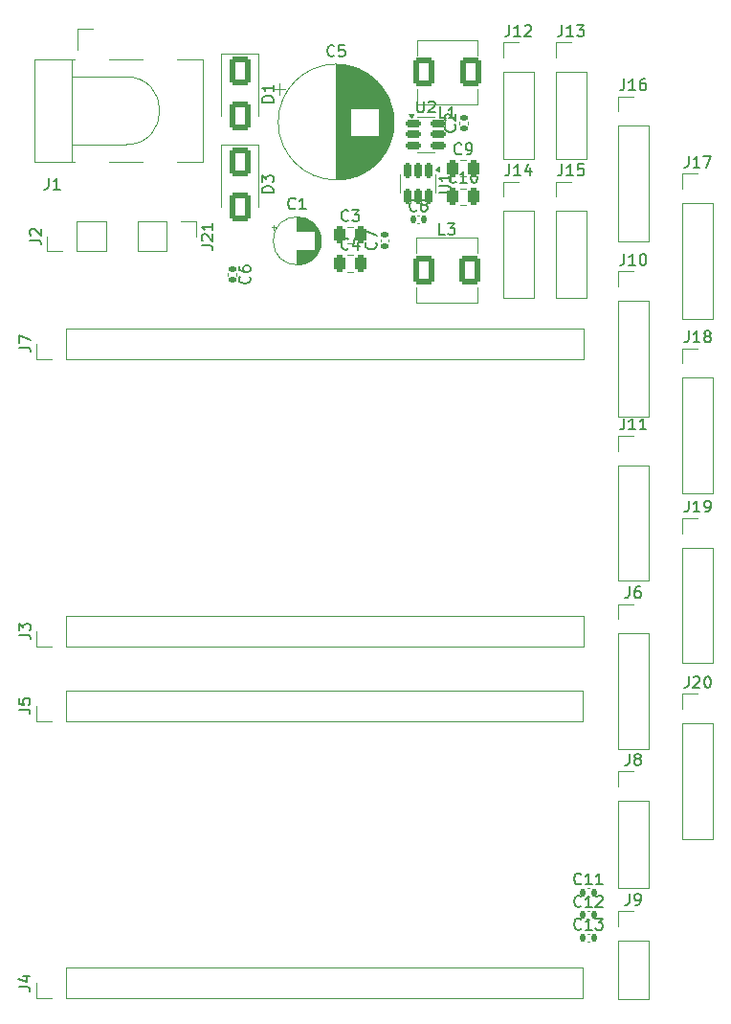
<source format=gbr>
%TF.GenerationSoftware,KiCad,Pcbnew,8.0.8*%
%TF.CreationDate,2025-02-17T20:57:00-08:00*%
%TF.ProjectId,pcbfrfr,70636266-7266-4722-9e6b-696361645f70,rev?*%
%TF.SameCoordinates,Original*%
%TF.FileFunction,Legend,Top*%
%TF.FilePolarity,Positive*%
%FSLAX46Y46*%
G04 Gerber Fmt 4.6, Leading zero omitted, Abs format (unit mm)*
G04 Created by KiCad (PCBNEW 8.0.8) date 2025-02-17 20:57:00*
%MOMM*%
%LPD*%
G01*
G04 APERTURE LIST*
G04 Aperture macros list*
%AMRoundRect*
0 Rectangle with rounded corners*
0 $1 Rounding radius*
0 $2 $3 $4 $5 $6 $7 $8 $9 X,Y pos of 4 corners*
0 Add a 4 corners polygon primitive as box body*
4,1,4,$2,$3,$4,$5,$6,$7,$8,$9,$2,$3,0*
0 Add four circle primitives for the rounded corners*
1,1,$1+$1,$2,$3*
1,1,$1+$1,$4,$5*
1,1,$1+$1,$6,$7*
1,1,$1+$1,$8,$9*
0 Add four rect primitives between the rounded corners*
20,1,$1+$1,$2,$3,$4,$5,0*
20,1,$1+$1,$4,$5,$6,$7,0*
20,1,$1+$1,$6,$7,$8,$9,0*
20,1,$1+$1,$8,$9,$2,$3,0*%
G04 Aperture macros list end*
%ADD10C,0.150000*%
%ADD11C,0.120000*%
%ADD12RoundRect,0.250000X-0.650000X1.000000X-0.650000X-1.000000X0.650000X-1.000000X0.650000X1.000000X0*%
%ADD13O,1.700000X1.700000*%
%ADD14R,1.700000X1.700000*%
%ADD15O,1.500000X2.000000*%
%ADD16C,2.000000*%
%ADD17R,2.000000X3.000000*%
%ADD18RoundRect,0.150000X-0.512500X-0.150000X0.512500X-0.150000X0.512500X0.150000X-0.512500X0.150000X0*%
%ADD19RoundRect,0.150000X-0.150000X0.512500X-0.150000X-0.512500X0.150000X-0.512500X0.150000X0.512500X0*%
%ADD20RoundRect,0.250000X-0.700000X-1.000000X0.700000X-1.000000X0.700000X1.000000X-0.700000X1.000000X0*%
%ADD21RoundRect,0.250000X0.700000X1.000000X-0.700000X1.000000X-0.700000X-1.000000X0.700000X-1.000000X0*%
%ADD22RoundRect,0.140000X-0.140000X-0.170000X0.140000X-0.170000X0.140000X0.170000X-0.140000X0.170000X0*%
%ADD23RoundRect,0.250000X-0.250000X-0.475000X0.250000X-0.475000X0.250000X0.475000X-0.250000X0.475000X0*%
%ADD24RoundRect,0.140000X0.170000X-0.140000X0.170000X0.140000X-0.170000X0.140000X-0.170000X-0.140000X0*%
%ADD25RoundRect,0.140000X-0.170000X0.140000X-0.170000X-0.140000X0.170000X-0.140000X0.170000X0.140000X0*%
%ADD26R,2.000000X2.000000*%
%ADD27C,1.200000*%
%ADD28R,1.200000X1.200000*%
G04 APERTURE END LIST*
D10*
X145454819Y-49238094D02*
X144454819Y-49238094D01*
X144454819Y-49238094D02*
X144454819Y-48999999D01*
X144454819Y-48999999D02*
X144502438Y-48857142D01*
X144502438Y-48857142D02*
X144597676Y-48761904D01*
X144597676Y-48761904D02*
X144692914Y-48714285D01*
X144692914Y-48714285D02*
X144883390Y-48666666D01*
X144883390Y-48666666D02*
X145026247Y-48666666D01*
X145026247Y-48666666D02*
X145216723Y-48714285D01*
X145216723Y-48714285D02*
X145311961Y-48761904D01*
X145311961Y-48761904D02*
X145407200Y-48857142D01*
X145407200Y-48857142D02*
X145454819Y-48999999D01*
X145454819Y-48999999D02*
X145454819Y-49238094D01*
X144454819Y-48333332D02*
X144454819Y-47714285D01*
X144454819Y-47714285D02*
X144835771Y-48047618D01*
X144835771Y-48047618D02*
X144835771Y-47904761D01*
X144835771Y-47904761D02*
X144883390Y-47809523D01*
X144883390Y-47809523D02*
X144931009Y-47761904D01*
X144931009Y-47761904D02*
X145026247Y-47714285D01*
X145026247Y-47714285D02*
X145264342Y-47714285D01*
X145264342Y-47714285D02*
X145359580Y-47761904D01*
X145359580Y-47761904D02*
X145407200Y-47809523D01*
X145407200Y-47809523D02*
X145454819Y-47904761D01*
X145454819Y-47904761D02*
X145454819Y-48190475D01*
X145454819Y-48190475D02*
X145407200Y-48285713D01*
X145407200Y-48285713D02*
X145359580Y-48333332D01*
X145454819Y-41238094D02*
X144454819Y-41238094D01*
X144454819Y-41238094D02*
X144454819Y-40999999D01*
X144454819Y-40999999D02*
X144502438Y-40857142D01*
X144502438Y-40857142D02*
X144597676Y-40761904D01*
X144597676Y-40761904D02*
X144692914Y-40714285D01*
X144692914Y-40714285D02*
X144883390Y-40666666D01*
X144883390Y-40666666D02*
X145026247Y-40666666D01*
X145026247Y-40666666D02*
X145216723Y-40714285D01*
X145216723Y-40714285D02*
X145311961Y-40761904D01*
X145311961Y-40761904D02*
X145407200Y-40857142D01*
X145407200Y-40857142D02*
X145454819Y-40999999D01*
X145454819Y-40999999D02*
X145454819Y-41238094D01*
X145454819Y-39714285D02*
X145454819Y-40285713D01*
X145454819Y-39999999D02*
X144454819Y-39999999D01*
X144454819Y-39999999D02*
X144597676Y-40095237D01*
X144597676Y-40095237D02*
X144692914Y-40190475D01*
X144692914Y-40190475D02*
X144740533Y-40285713D01*
X139084819Y-53909523D02*
X139799104Y-53909523D01*
X139799104Y-53909523D02*
X139941961Y-53957142D01*
X139941961Y-53957142D02*
X140037200Y-54052380D01*
X140037200Y-54052380D02*
X140084819Y-54195237D01*
X140084819Y-54195237D02*
X140084819Y-54290475D01*
X139180057Y-53480951D02*
X139132438Y-53433332D01*
X139132438Y-53433332D02*
X139084819Y-53338094D01*
X139084819Y-53338094D02*
X139084819Y-53099999D01*
X139084819Y-53099999D02*
X139132438Y-53004761D01*
X139132438Y-53004761D02*
X139180057Y-52957142D01*
X139180057Y-52957142D02*
X139275295Y-52909523D01*
X139275295Y-52909523D02*
X139370533Y-52909523D01*
X139370533Y-52909523D02*
X139513390Y-52957142D01*
X139513390Y-52957142D02*
X140084819Y-53528570D01*
X140084819Y-53528570D02*
X140084819Y-52909523D01*
X140084819Y-51957142D02*
X140084819Y-52528570D01*
X140084819Y-52242856D02*
X139084819Y-52242856D01*
X139084819Y-52242856D02*
X139227676Y-52338094D01*
X139227676Y-52338094D02*
X139322914Y-52433332D01*
X139322914Y-52433332D02*
X139370533Y-52528570D01*
X123884819Y-53433333D02*
X124599104Y-53433333D01*
X124599104Y-53433333D02*
X124741961Y-53480952D01*
X124741961Y-53480952D02*
X124837200Y-53576190D01*
X124837200Y-53576190D02*
X124884819Y-53719047D01*
X124884819Y-53719047D02*
X124884819Y-53814285D01*
X123980057Y-53004761D02*
X123932438Y-52957142D01*
X123932438Y-52957142D02*
X123884819Y-52861904D01*
X123884819Y-52861904D02*
X123884819Y-52623809D01*
X123884819Y-52623809D02*
X123932438Y-52528571D01*
X123932438Y-52528571D02*
X123980057Y-52480952D01*
X123980057Y-52480952D02*
X124075295Y-52433333D01*
X124075295Y-52433333D02*
X124170533Y-52433333D01*
X124170533Y-52433333D02*
X124313390Y-52480952D01*
X124313390Y-52480952D02*
X124884819Y-53052380D01*
X124884819Y-53052380D02*
X124884819Y-52433333D01*
X125566666Y-47954819D02*
X125566666Y-48669104D01*
X125566666Y-48669104D02*
X125519047Y-48811961D01*
X125519047Y-48811961D02*
X125423809Y-48907200D01*
X125423809Y-48907200D02*
X125280952Y-48954819D01*
X125280952Y-48954819D02*
X125185714Y-48954819D01*
X126566666Y-48954819D02*
X125995238Y-48954819D01*
X126280952Y-48954819D02*
X126280952Y-47954819D01*
X126280952Y-47954819D02*
X126185714Y-48097676D01*
X126185714Y-48097676D02*
X126090476Y-48192914D01*
X126090476Y-48192914D02*
X125995238Y-48240533D01*
X158175595Y-41154819D02*
X158175595Y-41964342D01*
X158175595Y-41964342D02*
X158223214Y-42059580D01*
X158223214Y-42059580D02*
X158270833Y-42107200D01*
X158270833Y-42107200D02*
X158366071Y-42154819D01*
X158366071Y-42154819D02*
X158556547Y-42154819D01*
X158556547Y-42154819D02*
X158651785Y-42107200D01*
X158651785Y-42107200D02*
X158699404Y-42059580D01*
X158699404Y-42059580D02*
X158747023Y-41964342D01*
X158747023Y-41964342D02*
X158747023Y-41154819D01*
X159175595Y-41250057D02*
X159223214Y-41202438D01*
X159223214Y-41202438D02*
X159318452Y-41154819D01*
X159318452Y-41154819D02*
X159556547Y-41154819D01*
X159556547Y-41154819D02*
X159651785Y-41202438D01*
X159651785Y-41202438D02*
X159699404Y-41250057D01*
X159699404Y-41250057D02*
X159747023Y-41345295D01*
X159747023Y-41345295D02*
X159747023Y-41440533D01*
X159747023Y-41440533D02*
X159699404Y-41583390D01*
X159699404Y-41583390D02*
X159127976Y-42154819D01*
X159127976Y-42154819D02*
X159747023Y-42154819D01*
X160104819Y-49224404D02*
X160914342Y-49224404D01*
X160914342Y-49224404D02*
X161009580Y-49176785D01*
X161009580Y-49176785D02*
X161057200Y-49129166D01*
X161057200Y-49129166D02*
X161104819Y-49033928D01*
X161104819Y-49033928D02*
X161104819Y-48843452D01*
X161104819Y-48843452D02*
X161057200Y-48748214D01*
X161057200Y-48748214D02*
X161009580Y-48700595D01*
X161009580Y-48700595D02*
X160914342Y-48652976D01*
X160914342Y-48652976D02*
X160104819Y-48652976D01*
X161104819Y-47652976D02*
X161104819Y-48224404D01*
X161104819Y-47938690D02*
X160104819Y-47938690D01*
X160104819Y-47938690D02*
X160247676Y-48033928D01*
X160247676Y-48033928D02*
X160342914Y-48129166D01*
X160342914Y-48129166D02*
X160390533Y-48224404D01*
X160633333Y-52954819D02*
X160157143Y-52954819D01*
X160157143Y-52954819D02*
X160157143Y-51954819D01*
X160871429Y-51954819D02*
X161490476Y-51954819D01*
X161490476Y-51954819D02*
X161157143Y-52335771D01*
X161157143Y-52335771D02*
X161300000Y-52335771D01*
X161300000Y-52335771D02*
X161395238Y-52383390D01*
X161395238Y-52383390D02*
X161442857Y-52431009D01*
X161442857Y-52431009D02*
X161490476Y-52526247D01*
X161490476Y-52526247D02*
X161490476Y-52764342D01*
X161490476Y-52764342D02*
X161442857Y-52859580D01*
X161442857Y-52859580D02*
X161395238Y-52907200D01*
X161395238Y-52907200D02*
X161300000Y-52954819D01*
X161300000Y-52954819D02*
X161014286Y-52954819D01*
X161014286Y-52954819D02*
X160919048Y-52907200D01*
X160919048Y-52907200D02*
X160871429Y-52859580D01*
X160683333Y-42654819D02*
X160207143Y-42654819D01*
X160207143Y-42654819D02*
X160207143Y-41654819D01*
X161540476Y-42654819D02*
X160969048Y-42654819D01*
X161254762Y-42654819D02*
X161254762Y-41654819D01*
X161254762Y-41654819D02*
X161159524Y-41797676D01*
X161159524Y-41797676D02*
X161064286Y-41892914D01*
X161064286Y-41892914D02*
X160969048Y-41940533D01*
X182190476Y-92004819D02*
X182190476Y-92719104D01*
X182190476Y-92719104D02*
X182142857Y-92861961D01*
X182142857Y-92861961D02*
X182047619Y-92957200D01*
X182047619Y-92957200D02*
X181904762Y-93004819D01*
X181904762Y-93004819D02*
X181809524Y-93004819D01*
X182619048Y-92100057D02*
X182666667Y-92052438D01*
X182666667Y-92052438D02*
X182761905Y-92004819D01*
X182761905Y-92004819D02*
X183000000Y-92004819D01*
X183000000Y-92004819D02*
X183095238Y-92052438D01*
X183095238Y-92052438D02*
X183142857Y-92100057D01*
X183142857Y-92100057D02*
X183190476Y-92195295D01*
X183190476Y-92195295D02*
X183190476Y-92290533D01*
X183190476Y-92290533D02*
X183142857Y-92433390D01*
X183142857Y-92433390D02*
X182571429Y-93004819D01*
X182571429Y-93004819D02*
X183190476Y-93004819D01*
X183809524Y-92004819D02*
X183904762Y-92004819D01*
X183904762Y-92004819D02*
X184000000Y-92052438D01*
X184000000Y-92052438D02*
X184047619Y-92100057D01*
X184047619Y-92100057D02*
X184095238Y-92195295D01*
X184095238Y-92195295D02*
X184142857Y-92385771D01*
X184142857Y-92385771D02*
X184142857Y-92623866D01*
X184142857Y-92623866D02*
X184095238Y-92814342D01*
X184095238Y-92814342D02*
X184047619Y-92909580D01*
X184047619Y-92909580D02*
X184000000Y-92957200D01*
X184000000Y-92957200D02*
X183904762Y-93004819D01*
X183904762Y-93004819D02*
X183809524Y-93004819D01*
X183809524Y-93004819D02*
X183714286Y-92957200D01*
X183714286Y-92957200D02*
X183666667Y-92909580D01*
X183666667Y-92909580D02*
X183619048Y-92814342D01*
X183619048Y-92814342D02*
X183571429Y-92623866D01*
X183571429Y-92623866D02*
X183571429Y-92385771D01*
X183571429Y-92385771D02*
X183619048Y-92195295D01*
X183619048Y-92195295D02*
X183666667Y-92100057D01*
X183666667Y-92100057D02*
X183714286Y-92052438D01*
X183714286Y-92052438D02*
X183809524Y-92004819D01*
X182190476Y-76464819D02*
X182190476Y-77179104D01*
X182190476Y-77179104D02*
X182142857Y-77321961D01*
X182142857Y-77321961D02*
X182047619Y-77417200D01*
X182047619Y-77417200D02*
X181904762Y-77464819D01*
X181904762Y-77464819D02*
X181809524Y-77464819D01*
X183190476Y-77464819D02*
X182619048Y-77464819D01*
X182904762Y-77464819D02*
X182904762Y-76464819D01*
X182904762Y-76464819D02*
X182809524Y-76607676D01*
X182809524Y-76607676D02*
X182714286Y-76702914D01*
X182714286Y-76702914D02*
X182619048Y-76750533D01*
X183666667Y-77464819D02*
X183857143Y-77464819D01*
X183857143Y-77464819D02*
X183952381Y-77417200D01*
X183952381Y-77417200D02*
X184000000Y-77369580D01*
X184000000Y-77369580D02*
X184095238Y-77226723D01*
X184095238Y-77226723D02*
X184142857Y-77036247D01*
X184142857Y-77036247D02*
X184142857Y-76655295D01*
X184142857Y-76655295D02*
X184095238Y-76560057D01*
X184095238Y-76560057D02*
X184047619Y-76512438D01*
X184047619Y-76512438D02*
X183952381Y-76464819D01*
X183952381Y-76464819D02*
X183761905Y-76464819D01*
X183761905Y-76464819D02*
X183666667Y-76512438D01*
X183666667Y-76512438D02*
X183619048Y-76560057D01*
X183619048Y-76560057D02*
X183571429Y-76655295D01*
X183571429Y-76655295D02*
X183571429Y-76893390D01*
X183571429Y-76893390D02*
X183619048Y-76988628D01*
X183619048Y-76988628D02*
X183666667Y-77036247D01*
X183666667Y-77036247D02*
X183761905Y-77083866D01*
X183761905Y-77083866D02*
X183952381Y-77083866D01*
X183952381Y-77083866D02*
X184047619Y-77036247D01*
X184047619Y-77036247D02*
X184095238Y-76988628D01*
X184095238Y-76988628D02*
X184142857Y-76893390D01*
X182190476Y-61464819D02*
X182190476Y-62179104D01*
X182190476Y-62179104D02*
X182142857Y-62321961D01*
X182142857Y-62321961D02*
X182047619Y-62417200D01*
X182047619Y-62417200D02*
X181904762Y-62464819D01*
X181904762Y-62464819D02*
X181809524Y-62464819D01*
X183190476Y-62464819D02*
X182619048Y-62464819D01*
X182904762Y-62464819D02*
X182904762Y-61464819D01*
X182904762Y-61464819D02*
X182809524Y-61607676D01*
X182809524Y-61607676D02*
X182714286Y-61702914D01*
X182714286Y-61702914D02*
X182619048Y-61750533D01*
X183761905Y-61893390D02*
X183666667Y-61845771D01*
X183666667Y-61845771D02*
X183619048Y-61798152D01*
X183619048Y-61798152D02*
X183571429Y-61702914D01*
X183571429Y-61702914D02*
X183571429Y-61655295D01*
X183571429Y-61655295D02*
X183619048Y-61560057D01*
X183619048Y-61560057D02*
X183666667Y-61512438D01*
X183666667Y-61512438D02*
X183761905Y-61464819D01*
X183761905Y-61464819D02*
X183952381Y-61464819D01*
X183952381Y-61464819D02*
X184047619Y-61512438D01*
X184047619Y-61512438D02*
X184095238Y-61560057D01*
X184095238Y-61560057D02*
X184142857Y-61655295D01*
X184142857Y-61655295D02*
X184142857Y-61702914D01*
X184142857Y-61702914D02*
X184095238Y-61798152D01*
X184095238Y-61798152D02*
X184047619Y-61845771D01*
X184047619Y-61845771D02*
X183952381Y-61893390D01*
X183952381Y-61893390D02*
X183761905Y-61893390D01*
X183761905Y-61893390D02*
X183666667Y-61941009D01*
X183666667Y-61941009D02*
X183619048Y-61988628D01*
X183619048Y-61988628D02*
X183571429Y-62083866D01*
X183571429Y-62083866D02*
X183571429Y-62274342D01*
X183571429Y-62274342D02*
X183619048Y-62369580D01*
X183619048Y-62369580D02*
X183666667Y-62417200D01*
X183666667Y-62417200D02*
X183761905Y-62464819D01*
X183761905Y-62464819D02*
X183952381Y-62464819D01*
X183952381Y-62464819D02*
X184047619Y-62417200D01*
X184047619Y-62417200D02*
X184095238Y-62369580D01*
X184095238Y-62369580D02*
X184142857Y-62274342D01*
X184142857Y-62274342D02*
X184142857Y-62083866D01*
X184142857Y-62083866D02*
X184095238Y-61988628D01*
X184095238Y-61988628D02*
X184047619Y-61941009D01*
X184047619Y-61941009D02*
X183952381Y-61893390D01*
X182190476Y-46004819D02*
X182190476Y-46719104D01*
X182190476Y-46719104D02*
X182142857Y-46861961D01*
X182142857Y-46861961D02*
X182047619Y-46957200D01*
X182047619Y-46957200D02*
X181904762Y-47004819D01*
X181904762Y-47004819D02*
X181809524Y-47004819D01*
X183190476Y-47004819D02*
X182619048Y-47004819D01*
X182904762Y-47004819D02*
X182904762Y-46004819D01*
X182904762Y-46004819D02*
X182809524Y-46147676D01*
X182809524Y-46147676D02*
X182714286Y-46242914D01*
X182714286Y-46242914D02*
X182619048Y-46290533D01*
X183523810Y-46004819D02*
X184190476Y-46004819D01*
X184190476Y-46004819D02*
X183761905Y-47004819D01*
X176490476Y-39184819D02*
X176490476Y-39899104D01*
X176490476Y-39899104D02*
X176442857Y-40041961D01*
X176442857Y-40041961D02*
X176347619Y-40137200D01*
X176347619Y-40137200D02*
X176204762Y-40184819D01*
X176204762Y-40184819D02*
X176109524Y-40184819D01*
X177490476Y-40184819D02*
X176919048Y-40184819D01*
X177204762Y-40184819D02*
X177204762Y-39184819D01*
X177204762Y-39184819D02*
X177109524Y-39327676D01*
X177109524Y-39327676D02*
X177014286Y-39422914D01*
X177014286Y-39422914D02*
X176919048Y-39470533D01*
X178347619Y-39184819D02*
X178157143Y-39184819D01*
X178157143Y-39184819D02*
X178061905Y-39232438D01*
X178061905Y-39232438D02*
X178014286Y-39280057D01*
X178014286Y-39280057D02*
X177919048Y-39422914D01*
X177919048Y-39422914D02*
X177871429Y-39613390D01*
X177871429Y-39613390D02*
X177871429Y-39994342D01*
X177871429Y-39994342D02*
X177919048Y-40089580D01*
X177919048Y-40089580D02*
X177966667Y-40137200D01*
X177966667Y-40137200D02*
X178061905Y-40184819D01*
X178061905Y-40184819D02*
X178252381Y-40184819D01*
X178252381Y-40184819D02*
X178347619Y-40137200D01*
X178347619Y-40137200D02*
X178395238Y-40089580D01*
X178395238Y-40089580D02*
X178442857Y-39994342D01*
X178442857Y-39994342D02*
X178442857Y-39756247D01*
X178442857Y-39756247D02*
X178395238Y-39661009D01*
X178395238Y-39661009D02*
X178347619Y-39613390D01*
X178347619Y-39613390D02*
X178252381Y-39565771D01*
X178252381Y-39565771D02*
X178061905Y-39565771D01*
X178061905Y-39565771D02*
X177966667Y-39613390D01*
X177966667Y-39613390D02*
X177919048Y-39661009D01*
X177919048Y-39661009D02*
X177871429Y-39756247D01*
X170990476Y-46724819D02*
X170990476Y-47439104D01*
X170990476Y-47439104D02*
X170942857Y-47581961D01*
X170942857Y-47581961D02*
X170847619Y-47677200D01*
X170847619Y-47677200D02*
X170704762Y-47724819D01*
X170704762Y-47724819D02*
X170609524Y-47724819D01*
X171990476Y-47724819D02*
X171419048Y-47724819D01*
X171704762Y-47724819D02*
X171704762Y-46724819D01*
X171704762Y-46724819D02*
X171609524Y-46867676D01*
X171609524Y-46867676D02*
X171514286Y-46962914D01*
X171514286Y-46962914D02*
X171419048Y-47010533D01*
X172895238Y-46724819D02*
X172419048Y-46724819D01*
X172419048Y-46724819D02*
X172371429Y-47201009D01*
X172371429Y-47201009D02*
X172419048Y-47153390D01*
X172419048Y-47153390D02*
X172514286Y-47105771D01*
X172514286Y-47105771D02*
X172752381Y-47105771D01*
X172752381Y-47105771D02*
X172847619Y-47153390D01*
X172847619Y-47153390D02*
X172895238Y-47201009D01*
X172895238Y-47201009D02*
X172942857Y-47296247D01*
X172942857Y-47296247D02*
X172942857Y-47534342D01*
X172942857Y-47534342D02*
X172895238Y-47629580D01*
X172895238Y-47629580D02*
X172847619Y-47677200D01*
X172847619Y-47677200D02*
X172752381Y-47724819D01*
X172752381Y-47724819D02*
X172514286Y-47724819D01*
X172514286Y-47724819D02*
X172419048Y-47677200D01*
X172419048Y-47677200D02*
X172371429Y-47629580D01*
X166340476Y-46724819D02*
X166340476Y-47439104D01*
X166340476Y-47439104D02*
X166292857Y-47581961D01*
X166292857Y-47581961D02*
X166197619Y-47677200D01*
X166197619Y-47677200D02*
X166054762Y-47724819D01*
X166054762Y-47724819D02*
X165959524Y-47724819D01*
X167340476Y-47724819D02*
X166769048Y-47724819D01*
X167054762Y-47724819D02*
X167054762Y-46724819D01*
X167054762Y-46724819D02*
X166959524Y-46867676D01*
X166959524Y-46867676D02*
X166864286Y-46962914D01*
X166864286Y-46962914D02*
X166769048Y-47010533D01*
X168197619Y-47058152D02*
X168197619Y-47724819D01*
X167959524Y-46677200D02*
X167721429Y-47391485D01*
X167721429Y-47391485D02*
X168340476Y-47391485D01*
X170990476Y-34424819D02*
X170990476Y-35139104D01*
X170990476Y-35139104D02*
X170942857Y-35281961D01*
X170942857Y-35281961D02*
X170847619Y-35377200D01*
X170847619Y-35377200D02*
X170704762Y-35424819D01*
X170704762Y-35424819D02*
X170609524Y-35424819D01*
X171990476Y-35424819D02*
X171419048Y-35424819D01*
X171704762Y-35424819D02*
X171704762Y-34424819D01*
X171704762Y-34424819D02*
X171609524Y-34567676D01*
X171609524Y-34567676D02*
X171514286Y-34662914D01*
X171514286Y-34662914D02*
X171419048Y-34710533D01*
X172323810Y-34424819D02*
X172942857Y-34424819D01*
X172942857Y-34424819D02*
X172609524Y-34805771D01*
X172609524Y-34805771D02*
X172752381Y-34805771D01*
X172752381Y-34805771D02*
X172847619Y-34853390D01*
X172847619Y-34853390D02*
X172895238Y-34901009D01*
X172895238Y-34901009D02*
X172942857Y-34996247D01*
X172942857Y-34996247D02*
X172942857Y-35234342D01*
X172942857Y-35234342D02*
X172895238Y-35329580D01*
X172895238Y-35329580D02*
X172847619Y-35377200D01*
X172847619Y-35377200D02*
X172752381Y-35424819D01*
X172752381Y-35424819D02*
X172466667Y-35424819D01*
X172466667Y-35424819D02*
X172371429Y-35377200D01*
X172371429Y-35377200D02*
X172323810Y-35329580D01*
X166340476Y-34424819D02*
X166340476Y-35139104D01*
X166340476Y-35139104D02*
X166292857Y-35281961D01*
X166292857Y-35281961D02*
X166197619Y-35377200D01*
X166197619Y-35377200D02*
X166054762Y-35424819D01*
X166054762Y-35424819D02*
X165959524Y-35424819D01*
X167340476Y-35424819D02*
X166769048Y-35424819D01*
X167054762Y-35424819D02*
X167054762Y-34424819D01*
X167054762Y-34424819D02*
X166959524Y-34567676D01*
X166959524Y-34567676D02*
X166864286Y-34662914D01*
X166864286Y-34662914D02*
X166769048Y-34710533D01*
X167721429Y-34520057D02*
X167769048Y-34472438D01*
X167769048Y-34472438D02*
X167864286Y-34424819D01*
X167864286Y-34424819D02*
X168102381Y-34424819D01*
X168102381Y-34424819D02*
X168197619Y-34472438D01*
X168197619Y-34472438D02*
X168245238Y-34520057D01*
X168245238Y-34520057D02*
X168292857Y-34615295D01*
X168292857Y-34615295D02*
X168292857Y-34710533D01*
X168292857Y-34710533D02*
X168245238Y-34853390D01*
X168245238Y-34853390D02*
X167673810Y-35424819D01*
X167673810Y-35424819D02*
X168292857Y-35424819D01*
X176490476Y-69184819D02*
X176490476Y-69899104D01*
X176490476Y-69899104D02*
X176442857Y-70041961D01*
X176442857Y-70041961D02*
X176347619Y-70137200D01*
X176347619Y-70137200D02*
X176204762Y-70184819D01*
X176204762Y-70184819D02*
X176109524Y-70184819D01*
X177490476Y-70184819D02*
X176919048Y-70184819D01*
X177204762Y-70184819D02*
X177204762Y-69184819D01*
X177204762Y-69184819D02*
X177109524Y-69327676D01*
X177109524Y-69327676D02*
X177014286Y-69422914D01*
X177014286Y-69422914D02*
X176919048Y-69470533D01*
X178442857Y-70184819D02*
X177871429Y-70184819D01*
X178157143Y-70184819D02*
X178157143Y-69184819D01*
X178157143Y-69184819D02*
X178061905Y-69327676D01*
X178061905Y-69327676D02*
X177966667Y-69422914D01*
X177966667Y-69422914D02*
X177871429Y-69470533D01*
X176490476Y-54649819D02*
X176490476Y-55364104D01*
X176490476Y-55364104D02*
X176442857Y-55506961D01*
X176442857Y-55506961D02*
X176347619Y-55602200D01*
X176347619Y-55602200D02*
X176204762Y-55649819D01*
X176204762Y-55649819D02*
X176109524Y-55649819D01*
X177490476Y-55649819D02*
X176919048Y-55649819D01*
X177204762Y-55649819D02*
X177204762Y-54649819D01*
X177204762Y-54649819D02*
X177109524Y-54792676D01*
X177109524Y-54792676D02*
X177014286Y-54887914D01*
X177014286Y-54887914D02*
X176919048Y-54935533D01*
X178109524Y-54649819D02*
X178204762Y-54649819D01*
X178204762Y-54649819D02*
X178300000Y-54697438D01*
X178300000Y-54697438D02*
X178347619Y-54745057D01*
X178347619Y-54745057D02*
X178395238Y-54840295D01*
X178395238Y-54840295D02*
X178442857Y-55030771D01*
X178442857Y-55030771D02*
X178442857Y-55268866D01*
X178442857Y-55268866D02*
X178395238Y-55459342D01*
X178395238Y-55459342D02*
X178347619Y-55554580D01*
X178347619Y-55554580D02*
X178300000Y-55602200D01*
X178300000Y-55602200D02*
X178204762Y-55649819D01*
X178204762Y-55649819D02*
X178109524Y-55649819D01*
X178109524Y-55649819D02*
X178014286Y-55602200D01*
X178014286Y-55602200D02*
X177966667Y-55554580D01*
X177966667Y-55554580D02*
X177919048Y-55459342D01*
X177919048Y-55459342D02*
X177871429Y-55268866D01*
X177871429Y-55268866D02*
X177871429Y-55030771D01*
X177871429Y-55030771D02*
X177919048Y-54840295D01*
X177919048Y-54840295D02*
X177966667Y-54745057D01*
X177966667Y-54745057D02*
X178014286Y-54697438D01*
X178014286Y-54697438D02*
X178109524Y-54649819D01*
X176966666Y-111224819D02*
X176966666Y-111939104D01*
X176966666Y-111939104D02*
X176919047Y-112081961D01*
X176919047Y-112081961D02*
X176823809Y-112177200D01*
X176823809Y-112177200D02*
X176680952Y-112224819D01*
X176680952Y-112224819D02*
X176585714Y-112224819D01*
X177490476Y-112224819D02*
X177680952Y-112224819D01*
X177680952Y-112224819D02*
X177776190Y-112177200D01*
X177776190Y-112177200D02*
X177823809Y-112129580D01*
X177823809Y-112129580D02*
X177919047Y-111986723D01*
X177919047Y-111986723D02*
X177966666Y-111796247D01*
X177966666Y-111796247D02*
X177966666Y-111415295D01*
X177966666Y-111415295D02*
X177919047Y-111320057D01*
X177919047Y-111320057D02*
X177871428Y-111272438D01*
X177871428Y-111272438D02*
X177776190Y-111224819D01*
X177776190Y-111224819D02*
X177585714Y-111224819D01*
X177585714Y-111224819D02*
X177490476Y-111272438D01*
X177490476Y-111272438D02*
X177442857Y-111320057D01*
X177442857Y-111320057D02*
X177395238Y-111415295D01*
X177395238Y-111415295D02*
X177395238Y-111653390D01*
X177395238Y-111653390D02*
X177442857Y-111748628D01*
X177442857Y-111748628D02*
X177490476Y-111796247D01*
X177490476Y-111796247D02*
X177585714Y-111843866D01*
X177585714Y-111843866D02*
X177776190Y-111843866D01*
X177776190Y-111843866D02*
X177871428Y-111796247D01*
X177871428Y-111796247D02*
X177919047Y-111748628D01*
X177919047Y-111748628D02*
X177966666Y-111653390D01*
X122944819Y-62933333D02*
X123659104Y-62933333D01*
X123659104Y-62933333D02*
X123801961Y-62980952D01*
X123801961Y-62980952D02*
X123897200Y-63076190D01*
X123897200Y-63076190D02*
X123944819Y-63219047D01*
X123944819Y-63219047D02*
X123944819Y-63314285D01*
X122944819Y-62552380D02*
X122944819Y-61885714D01*
X122944819Y-61885714D02*
X123944819Y-62314285D01*
X176966666Y-84064819D02*
X176966666Y-84779104D01*
X176966666Y-84779104D02*
X176919047Y-84921961D01*
X176919047Y-84921961D02*
X176823809Y-85017200D01*
X176823809Y-85017200D02*
X176680952Y-85064819D01*
X176680952Y-85064819D02*
X176585714Y-85064819D01*
X177871428Y-84064819D02*
X177680952Y-84064819D01*
X177680952Y-84064819D02*
X177585714Y-84112438D01*
X177585714Y-84112438D02*
X177538095Y-84160057D01*
X177538095Y-84160057D02*
X177442857Y-84302914D01*
X177442857Y-84302914D02*
X177395238Y-84493390D01*
X177395238Y-84493390D02*
X177395238Y-84874342D01*
X177395238Y-84874342D02*
X177442857Y-84969580D01*
X177442857Y-84969580D02*
X177490476Y-85017200D01*
X177490476Y-85017200D02*
X177585714Y-85064819D01*
X177585714Y-85064819D02*
X177776190Y-85064819D01*
X177776190Y-85064819D02*
X177871428Y-85017200D01*
X177871428Y-85017200D02*
X177919047Y-84969580D01*
X177919047Y-84969580D02*
X177966666Y-84874342D01*
X177966666Y-84874342D02*
X177966666Y-84636247D01*
X177966666Y-84636247D02*
X177919047Y-84541009D01*
X177919047Y-84541009D02*
X177871428Y-84493390D01*
X177871428Y-84493390D02*
X177776190Y-84445771D01*
X177776190Y-84445771D02*
X177585714Y-84445771D01*
X177585714Y-84445771D02*
X177490476Y-84493390D01*
X177490476Y-84493390D02*
X177442857Y-84541009D01*
X177442857Y-84541009D02*
X177395238Y-84636247D01*
X122924819Y-94933333D02*
X123639104Y-94933333D01*
X123639104Y-94933333D02*
X123781961Y-94980952D01*
X123781961Y-94980952D02*
X123877200Y-95076190D01*
X123877200Y-95076190D02*
X123924819Y-95219047D01*
X123924819Y-95219047D02*
X123924819Y-95314285D01*
X122924819Y-93980952D02*
X122924819Y-94457142D01*
X122924819Y-94457142D02*
X123401009Y-94504761D01*
X123401009Y-94504761D02*
X123353390Y-94457142D01*
X123353390Y-94457142D02*
X123305771Y-94361904D01*
X123305771Y-94361904D02*
X123305771Y-94123809D01*
X123305771Y-94123809D02*
X123353390Y-94028571D01*
X123353390Y-94028571D02*
X123401009Y-93980952D01*
X123401009Y-93980952D02*
X123496247Y-93933333D01*
X123496247Y-93933333D02*
X123734342Y-93933333D01*
X123734342Y-93933333D02*
X123829580Y-93980952D01*
X123829580Y-93980952D02*
X123877200Y-94028571D01*
X123877200Y-94028571D02*
X123924819Y-94123809D01*
X123924819Y-94123809D02*
X123924819Y-94361904D01*
X123924819Y-94361904D02*
X123877200Y-94457142D01*
X123877200Y-94457142D02*
X123829580Y-94504761D01*
X122924819Y-119433333D02*
X123639104Y-119433333D01*
X123639104Y-119433333D02*
X123781961Y-119480952D01*
X123781961Y-119480952D02*
X123877200Y-119576190D01*
X123877200Y-119576190D02*
X123924819Y-119719047D01*
X123924819Y-119719047D02*
X123924819Y-119814285D01*
X123258152Y-118528571D02*
X123924819Y-118528571D01*
X122877200Y-118766666D02*
X123591485Y-119004761D01*
X123591485Y-119004761D02*
X123591485Y-118385714D01*
X122944819Y-88333333D02*
X123659104Y-88333333D01*
X123659104Y-88333333D02*
X123801961Y-88380952D01*
X123801961Y-88380952D02*
X123897200Y-88476190D01*
X123897200Y-88476190D02*
X123944819Y-88619047D01*
X123944819Y-88619047D02*
X123944819Y-88714285D01*
X122944819Y-87952380D02*
X122944819Y-87333333D01*
X122944819Y-87333333D02*
X123325771Y-87666666D01*
X123325771Y-87666666D02*
X123325771Y-87523809D01*
X123325771Y-87523809D02*
X123373390Y-87428571D01*
X123373390Y-87428571D02*
X123421009Y-87380952D01*
X123421009Y-87380952D02*
X123516247Y-87333333D01*
X123516247Y-87333333D02*
X123754342Y-87333333D01*
X123754342Y-87333333D02*
X123849580Y-87380952D01*
X123849580Y-87380952D02*
X123897200Y-87428571D01*
X123897200Y-87428571D02*
X123944819Y-87523809D01*
X123944819Y-87523809D02*
X123944819Y-87809523D01*
X123944819Y-87809523D02*
X123897200Y-87904761D01*
X123897200Y-87904761D02*
X123849580Y-87952380D01*
X172677142Y-114299580D02*
X172629523Y-114347200D01*
X172629523Y-114347200D02*
X172486666Y-114394819D01*
X172486666Y-114394819D02*
X172391428Y-114394819D01*
X172391428Y-114394819D02*
X172248571Y-114347200D01*
X172248571Y-114347200D02*
X172153333Y-114251961D01*
X172153333Y-114251961D02*
X172105714Y-114156723D01*
X172105714Y-114156723D02*
X172058095Y-113966247D01*
X172058095Y-113966247D02*
X172058095Y-113823390D01*
X172058095Y-113823390D02*
X172105714Y-113632914D01*
X172105714Y-113632914D02*
X172153333Y-113537676D01*
X172153333Y-113537676D02*
X172248571Y-113442438D01*
X172248571Y-113442438D02*
X172391428Y-113394819D01*
X172391428Y-113394819D02*
X172486666Y-113394819D01*
X172486666Y-113394819D02*
X172629523Y-113442438D01*
X172629523Y-113442438D02*
X172677142Y-113490057D01*
X173629523Y-114394819D02*
X173058095Y-114394819D01*
X173343809Y-114394819D02*
X173343809Y-113394819D01*
X173343809Y-113394819D02*
X173248571Y-113537676D01*
X173248571Y-113537676D02*
X173153333Y-113632914D01*
X173153333Y-113632914D02*
X173058095Y-113680533D01*
X173962857Y-113394819D02*
X174581904Y-113394819D01*
X174581904Y-113394819D02*
X174248571Y-113775771D01*
X174248571Y-113775771D02*
X174391428Y-113775771D01*
X174391428Y-113775771D02*
X174486666Y-113823390D01*
X174486666Y-113823390D02*
X174534285Y-113871009D01*
X174534285Y-113871009D02*
X174581904Y-113966247D01*
X174581904Y-113966247D02*
X174581904Y-114204342D01*
X174581904Y-114204342D02*
X174534285Y-114299580D01*
X174534285Y-114299580D02*
X174486666Y-114347200D01*
X174486666Y-114347200D02*
X174391428Y-114394819D01*
X174391428Y-114394819D02*
X174105714Y-114394819D01*
X174105714Y-114394819D02*
X174010476Y-114347200D01*
X174010476Y-114347200D02*
X173962857Y-114299580D01*
X172677142Y-112299580D02*
X172629523Y-112347200D01*
X172629523Y-112347200D02*
X172486666Y-112394819D01*
X172486666Y-112394819D02*
X172391428Y-112394819D01*
X172391428Y-112394819D02*
X172248571Y-112347200D01*
X172248571Y-112347200D02*
X172153333Y-112251961D01*
X172153333Y-112251961D02*
X172105714Y-112156723D01*
X172105714Y-112156723D02*
X172058095Y-111966247D01*
X172058095Y-111966247D02*
X172058095Y-111823390D01*
X172058095Y-111823390D02*
X172105714Y-111632914D01*
X172105714Y-111632914D02*
X172153333Y-111537676D01*
X172153333Y-111537676D02*
X172248571Y-111442438D01*
X172248571Y-111442438D02*
X172391428Y-111394819D01*
X172391428Y-111394819D02*
X172486666Y-111394819D01*
X172486666Y-111394819D02*
X172629523Y-111442438D01*
X172629523Y-111442438D02*
X172677142Y-111490057D01*
X173629523Y-112394819D02*
X173058095Y-112394819D01*
X173343809Y-112394819D02*
X173343809Y-111394819D01*
X173343809Y-111394819D02*
X173248571Y-111537676D01*
X173248571Y-111537676D02*
X173153333Y-111632914D01*
X173153333Y-111632914D02*
X173058095Y-111680533D01*
X174010476Y-111490057D02*
X174058095Y-111442438D01*
X174058095Y-111442438D02*
X174153333Y-111394819D01*
X174153333Y-111394819D02*
X174391428Y-111394819D01*
X174391428Y-111394819D02*
X174486666Y-111442438D01*
X174486666Y-111442438D02*
X174534285Y-111490057D01*
X174534285Y-111490057D02*
X174581904Y-111585295D01*
X174581904Y-111585295D02*
X174581904Y-111680533D01*
X174581904Y-111680533D02*
X174534285Y-111823390D01*
X174534285Y-111823390D02*
X173962857Y-112394819D01*
X173962857Y-112394819D02*
X174581904Y-112394819D01*
X172677142Y-110299580D02*
X172629523Y-110347200D01*
X172629523Y-110347200D02*
X172486666Y-110394819D01*
X172486666Y-110394819D02*
X172391428Y-110394819D01*
X172391428Y-110394819D02*
X172248571Y-110347200D01*
X172248571Y-110347200D02*
X172153333Y-110251961D01*
X172153333Y-110251961D02*
X172105714Y-110156723D01*
X172105714Y-110156723D02*
X172058095Y-109966247D01*
X172058095Y-109966247D02*
X172058095Y-109823390D01*
X172058095Y-109823390D02*
X172105714Y-109632914D01*
X172105714Y-109632914D02*
X172153333Y-109537676D01*
X172153333Y-109537676D02*
X172248571Y-109442438D01*
X172248571Y-109442438D02*
X172391428Y-109394819D01*
X172391428Y-109394819D02*
X172486666Y-109394819D01*
X172486666Y-109394819D02*
X172629523Y-109442438D01*
X172629523Y-109442438D02*
X172677142Y-109490057D01*
X173629523Y-110394819D02*
X173058095Y-110394819D01*
X173343809Y-110394819D02*
X173343809Y-109394819D01*
X173343809Y-109394819D02*
X173248571Y-109537676D01*
X173248571Y-109537676D02*
X173153333Y-109632914D01*
X173153333Y-109632914D02*
X173058095Y-109680533D01*
X174581904Y-110394819D02*
X174010476Y-110394819D01*
X174296190Y-110394819D02*
X174296190Y-109394819D01*
X174296190Y-109394819D02*
X174200952Y-109537676D01*
X174200952Y-109537676D02*
X174105714Y-109632914D01*
X174105714Y-109632914D02*
X174010476Y-109680533D01*
X161607142Y-48279580D02*
X161559523Y-48327200D01*
X161559523Y-48327200D02*
X161416666Y-48374819D01*
X161416666Y-48374819D02*
X161321428Y-48374819D01*
X161321428Y-48374819D02*
X161178571Y-48327200D01*
X161178571Y-48327200D02*
X161083333Y-48231961D01*
X161083333Y-48231961D02*
X161035714Y-48136723D01*
X161035714Y-48136723D02*
X160988095Y-47946247D01*
X160988095Y-47946247D02*
X160988095Y-47803390D01*
X160988095Y-47803390D02*
X161035714Y-47612914D01*
X161035714Y-47612914D02*
X161083333Y-47517676D01*
X161083333Y-47517676D02*
X161178571Y-47422438D01*
X161178571Y-47422438D02*
X161321428Y-47374819D01*
X161321428Y-47374819D02*
X161416666Y-47374819D01*
X161416666Y-47374819D02*
X161559523Y-47422438D01*
X161559523Y-47422438D02*
X161607142Y-47470057D01*
X162559523Y-48374819D02*
X161988095Y-48374819D01*
X162273809Y-48374819D02*
X162273809Y-47374819D01*
X162273809Y-47374819D02*
X162178571Y-47517676D01*
X162178571Y-47517676D02*
X162083333Y-47612914D01*
X162083333Y-47612914D02*
X161988095Y-47660533D01*
X163178571Y-47374819D02*
X163273809Y-47374819D01*
X163273809Y-47374819D02*
X163369047Y-47422438D01*
X163369047Y-47422438D02*
X163416666Y-47470057D01*
X163416666Y-47470057D02*
X163464285Y-47565295D01*
X163464285Y-47565295D02*
X163511904Y-47755771D01*
X163511904Y-47755771D02*
X163511904Y-47993866D01*
X163511904Y-47993866D02*
X163464285Y-48184342D01*
X163464285Y-48184342D02*
X163416666Y-48279580D01*
X163416666Y-48279580D02*
X163369047Y-48327200D01*
X163369047Y-48327200D02*
X163273809Y-48374819D01*
X163273809Y-48374819D02*
X163178571Y-48374819D01*
X163178571Y-48374819D02*
X163083333Y-48327200D01*
X163083333Y-48327200D02*
X163035714Y-48279580D01*
X163035714Y-48279580D02*
X162988095Y-48184342D01*
X162988095Y-48184342D02*
X162940476Y-47993866D01*
X162940476Y-47993866D02*
X162940476Y-47755771D01*
X162940476Y-47755771D02*
X162988095Y-47565295D01*
X162988095Y-47565295D02*
X163035714Y-47470057D01*
X163035714Y-47470057D02*
X163083333Y-47422438D01*
X163083333Y-47422438D02*
X163178571Y-47374819D01*
X162083333Y-45779580D02*
X162035714Y-45827200D01*
X162035714Y-45827200D02*
X161892857Y-45874819D01*
X161892857Y-45874819D02*
X161797619Y-45874819D01*
X161797619Y-45874819D02*
X161654762Y-45827200D01*
X161654762Y-45827200D02*
X161559524Y-45731961D01*
X161559524Y-45731961D02*
X161511905Y-45636723D01*
X161511905Y-45636723D02*
X161464286Y-45446247D01*
X161464286Y-45446247D02*
X161464286Y-45303390D01*
X161464286Y-45303390D02*
X161511905Y-45112914D01*
X161511905Y-45112914D02*
X161559524Y-45017676D01*
X161559524Y-45017676D02*
X161654762Y-44922438D01*
X161654762Y-44922438D02*
X161797619Y-44874819D01*
X161797619Y-44874819D02*
X161892857Y-44874819D01*
X161892857Y-44874819D02*
X162035714Y-44922438D01*
X162035714Y-44922438D02*
X162083333Y-44970057D01*
X162559524Y-45874819D02*
X162750000Y-45874819D01*
X162750000Y-45874819D02*
X162845238Y-45827200D01*
X162845238Y-45827200D02*
X162892857Y-45779580D01*
X162892857Y-45779580D02*
X162988095Y-45636723D01*
X162988095Y-45636723D02*
X163035714Y-45446247D01*
X163035714Y-45446247D02*
X163035714Y-45065295D01*
X163035714Y-45065295D02*
X162988095Y-44970057D01*
X162988095Y-44970057D02*
X162940476Y-44922438D01*
X162940476Y-44922438D02*
X162845238Y-44874819D01*
X162845238Y-44874819D02*
X162654762Y-44874819D01*
X162654762Y-44874819D02*
X162559524Y-44922438D01*
X162559524Y-44922438D02*
X162511905Y-44970057D01*
X162511905Y-44970057D02*
X162464286Y-45065295D01*
X162464286Y-45065295D02*
X162464286Y-45303390D01*
X162464286Y-45303390D02*
X162511905Y-45398628D01*
X162511905Y-45398628D02*
X162559524Y-45446247D01*
X162559524Y-45446247D02*
X162654762Y-45493866D01*
X162654762Y-45493866D02*
X162845238Y-45493866D01*
X162845238Y-45493866D02*
X162940476Y-45446247D01*
X162940476Y-45446247D02*
X162988095Y-45398628D01*
X162988095Y-45398628D02*
X163035714Y-45303390D01*
X158113333Y-50799580D02*
X158065714Y-50847200D01*
X158065714Y-50847200D02*
X157922857Y-50894819D01*
X157922857Y-50894819D02*
X157827619Y-50894819D01*
X157827619Y-50894819D02*
X157684762Y-50847200D01*
X157684762Y-50847200D02*
X157589524Y-50751961D01*
X157589524Y-50751961D02*
X157541905Y-50656723D01*
X157541905Y-50656723D02*
X157494286Y-50466247D01*
X157494286Y-50466247D02*
X157494286Y-50323390D01*
X157494286Y-50323390D02*
X157541905Y-50132914D01*
X157541905Y-50132914D02*
X157589524Y-50037676D01*
X157589524Y-50037676D02*
X157684762Y-49942438D01*
X157684762Y-49942438D02*
X157827619Y-49894819D01*
X157827619Y-49894819D02*
X157922857Y-49894819D01*
X157922857Y-49894819D02*
X158065714Y-49942438D01*
X158065714Y-49942438D02*
X158113333Y-49990057D01*
X158684762Y-50323390D02*
X158589524Y-50275771D01*
X158589524Y-50275771D02*
X158541905Y-50228152D01*
X158541905Y-50228152D02*
X158494286Y-50132914D01*
X158494286Y-50132914D02*
X158494286Y-50085295D01*
X158494286Y-50085295D02*
X158541905Y-49990057D01*
X158541905Y-49990057D02*
X158589524Y-49942438D01*
X158589524Y-49942438D02*
X158684762Y-49894819D01*
X158684762Y-49894819D02*
X158875238Y-49894819D01*
X158875238Y-49894819D02*
X158970476Y-49942438D01*
X158970476Y-49942438D02*
X159018095Y-49990057D01*
X159018095Y-49990057D02*
X159065714Y-50085295D01*
X159065714Y-50085295D02*
X159065714Y-50132914D01*
X159065714Y-50132914D02*
X159018095Y-50228152D01*
X159018095Y-50228152D02*
X158970476Y-50275771D01*
X158970476Y-50275771D02*
X158875238Y-50323390D01*
X158875238Y-50323390D02*
X158684762Y-50323390D01*
X158684762Y-50323390D02*
X158589524Y-50371009D01*
X158589524Y-50371009D02*
X158541905Y-50418628D01*
X158541905Y-50418628D02*
X158494286Y-50513866D01*
X158494286Y-50513866D02*
X158494286Y-50704342D01*
X158494286Y-50704342D02*
X158541905Y-50799580D01*
X158541905Y-50799580D02*
X158589524Y-50847200D01*
X158589524Y-50847200D02*
X158684762Y-50894819D01*
X158684762Y-50894819D02*
X158875238Y-50894819D01*
X158875238Y-50894819D02*
X158970476Y-50847200D01*
X158970476Y-50847200D02*
X159018095Y-50799580D01*
X159018095Y-50799580D02*
X159065714Y-50704342D01*
X159065714Y-50704342D02*
X159065714Y-50513866D01*
X159065714Y-50513866D02*
X159018095Y-50418628D01*
X159018095Y-50418628D02*
X158970476Y-50371009D01*
X158970476Y-50371009D02*
X158875238Y-50323390D01*
X154499580Y-53646666D02*
X154547200Y-53694285D01*
X154547200Y-53694285D02*
X154594819Y-53837142D01*
X154594819Y-53837142D02*
X154594819Y-53932380D01*
X154594819Y-53932380D02*
X154547200Y-54075237D01*
X154547200Y-54075237D02*
X154451961Y-54170475D01*
X154451961Y-54170475D02*
X154356723Y-54218094D01*
X154356723Y-54218094D02*
X154166247Y-54265713D01*
X154166247Y-54265713D02*
X154023390Y-54265713D01*
X154023390Y-54265713D02*
X153832914Y-54218094D01*
X153832914Y-54218094D02*
X153737676Y-54170475D01*
X153737676Y-54170475D02*
X153642438Y-54075237D01*
X153642438Y-54075237D02*
X153594819Y-53932380D01*
X153594819Y-53932380D02*
X153594819Y-53837142D01*
X153594819Y-53837142D02*
X153642438Y-53694285D01*
X153642438Y-53694285D02*
X153690057Y-53646666D01*
X153594819Y-53313332D02*
X153594819Y-52646666D01*
X153594819Y-52646666D02*
X154594819Y-53075237D01*
X143319580Y-56646666D02*
X143367200Y-56694285D01*
X143367200Y-56694285D02*
X143414819Y-56837142D01*
X143414819Y-56837142D02*
X143414819Y-56932380D01*
X143414819Y-56932380D02*
X143367200Y-57075237D01*
X143367200Y-57075237D02*
X143271961Y-57170475D01*
X143271961Y-57170475D02*
X143176723Y-57218094D01*
X143176723Y-57218094D02*
X142986247Y-57265713D01*
X142986247Y-57265713D02*
X142843390Y-57265713D01*
X142843390Y-57265713D02*
X142652914Y-57218094D01*
X142652914Y-57218094D02*
X142557676Y-57170475D01*
X142557676Y-57170475D02*
X142462438Y-57075237D01*
X142462438Y-57075237D02*
X142414819Y-56932380D01*
X142414819Y-56932380D02*
X142414819Y-56837142D01*
X142414819Y-56837142D02*
X142462438Y-56694285D01*
X142462438Y-56694285D02*
X142510057Y-56646666D01*
X142414819Y-55789523D02*
X142414819Y-55979999D01*
X142414819Y-55979999D02*
X142462438Y-56075237D01*
X142462438Y-56075237D02*
X142510057Y-56122856D01*
X142510057Y-56122856D02*
X142652914Y-56218094D01*
X142652914Y-56218094D02*
X142843390Y-56265713D01*
X142843390Y-56265713D02*
X143224342Y-56265713D01*
X143224342Y-56265713D02*
X143319580Y-56218094D01*
X143319580Y-56218094D02*
X143367200Y-56170475D01*
X143367200Y-56170475D02*
X143414819Y-56075237D01*
X143414819Y-56075237D02*
X143414819Y-55884761D01*
X143414819Y-55884761D02*
X143367200Y-55789523D01*
X143367200Y-55789523D02*
X143319580Y-55741904D01*
X143319580Y-55741904D02*
X143224342Y-55694285D01*
X143224342Y-55694285D02*
X142986247Y-55694285D01*
X142986247Y-55694285D02*
X142891009Y-55741904D01*
X142891009Y-55741904D02*
X142843390Y-55789523D01*
X142843390Y-55789523D02*
X142795771Y-55884761D01*
X142795771Y-55884761D02*
X142795771Y-56075237D01*
X142795771Y-56075237D02*
X142843390Y-56170475D01*
X142843390Y-56170475D02*
X142891009Y-56218094D01*
X142891009Y-56218094D02*
X142986247Y-56265713D01*
X150833333Y-37109580D02*
X150785714Y-37157200D01*
X150785714Y-37157200D02*
X150642857Y-37204819D01*
X150642857Y-37204819D02*
X150547619Y-37204819D01*
X150547619Y-37204819D02*
X150404762Y-37157200D01*
X150404762Y-37157200D02*
X150309524Y-37061961D01*
X150309524Y-37061961D02*
X150261905Y-36966723D01*
X150261905Y-36966723D02*
X150214286Y-36776247D01*
X150214286Y-36776247D02*
X150214286Y-36633390D01*
X150214286Y-36633390D02*
X150261905Y-36442914D01*
X150261905Y-36442914D02*
X150309524Y-36347676D01*
X150309524Y-36347676D02*
X150404762Y-36252438D01*
X150404762Y-36252438D02*
X150547619Y-36204819D01*
X150547619Y-36204819D02*
X150642857Y-36204819D01*
X150642857Y-36204819D02*
X150785714Y-36252438D01*
X150785714Y-36252438D02*
X150833333Y-36300057D01*
X151738095Y-36204819D02*
X151261905Y-36204819D01*
X151261905Y-36204819D02*
X151214286Y-36681009D01*
X151214286Y-36681009D02*
X151261905Y-36633390D01*
X151261905Y-36633390D02*
X151357143Y-36585771D01*
X151357143Y-36585771D02*
X151595238Y-36585771D01*
X151595238Y-36585771D02*
X151690476Y-36633390D01*
X151690476Y-36633390D02*
X151738095Y-36681009D01*
X151738095Y-36681009D02*
X151785714Y-36776247D01*
X151785714Y-36776247D02*
X151785714Y-37014342D01*
X151785714Y-37014342D02*
X151738095Y-37109580D01*
X151738095Y-37109580D02*
X151690476Y-37157200D01*
X151690476Y-37157200D02*
X151595238Y-37204819D01*
X151595238Y-37204819D02*
X151357143Y-37204819D01*
X151357143Y-37204819D02*
X151261905Y-37157200D01*
X151261905Y-37157200D02*
X151214286Y-37109580D01*
X152083333Y-54179580D02*
X152035714Y-54227200D01*
X152035714Y-54227200D02*
X151892857Y-54274819D01*
X151892857Y-54274819D02*
X151797619Y-54274819D01*
X151797619Y-54274819D02*
X151654762Y-54227200D01*
X151654762Y-54227200D02*
X151559524Y-54131961D01*
X151559524Y-54131961D02*
X151511905Y-54036723D01*
X151511905Y-54036723D02*
X151464286Y-53846247D01*
X151464286Y-53846247D02*
X151464286Y-53703390D01*
X151464286Y-53703390D02*
X151511905Y-53512914D01*
X151511905Y-53512914D02*
X151559524Y-53417676D01*
X151559524Y-53417676D02*
X151654762Y-53322438D01*
X151654762Y-53322438D02*
X151797619Y-53274819D01*
X151797619Y-53274819D02*
X151892857Y-53274819D01*
X151892857Y-53274819D02*
X152035714Y-53322438D01*
X152035714Y-53322438D02*
X152083333Y-53370057D01*
X152940476Y-53608152D02*
X152940476Y-54274819D01*
X152702381Y-53227200D02*
X152464286Y-53941485D01*
X152464286Y-53941485D02*
X153083333Y-53941485D01*
X152083333Y-51679580D02*
X152035714Y-51727200D01*
X152035714Y-51727200D02*
X151892857Y-51774819D01*
X151892857Y-51774819D02*
X151797619Y-51774819D01*
X151797619Y-51774819D02*
X151654762Y-51727200D01*
X151654762Y-51727200D02*
X151559524Y-51631961D01*
X151559524Y-51631961D02*
X151511905Y-51536723D01*
X151511905Y-51536723D02*
X151464286Y-51346247D01*
X151464286Y-51346247D02*
X151464286Y-51203390D01*
X151464286Y-51203390D02*
X151511905Y-51012914D01*
X151511905Y-51012914D02*
X151559524Y-50917676D01*
X151559524Y-50917676D02*
X151654762Y-50822438D01*
X151654762Y-50822438D02*
X151797619Y-50774819D01*
X151797619Y-50774819D02*
X151892857Y-50774819D01*
X151892857Y-50774819D02*
X152035714Y-50822438D01*
X152035714Y-50822438D02*
X152083333Y-50870057D01*
X152416667Y-50774819D02*
X153035714Y-50774819D01*
X153035714Y-50774819D02*
X152702381Y-51155771D01*
X152702381Y-51155771D02*
X152845238Y-51155771D01*
X152845238Y-51155771D02*
X152940476Y-51203390D01*
X152940476Y-51203390D02*
X152988095Y-51251009D01*
X152988095Y-51251009D02*
X153035714Y-51346247D01*
X153035714Y-51346247D02*
X153035714Y-51584342D01*
X153035714Y-51584342D02*
X152988095Y-51679580D01*
X152988095Y-51679580D02*
X152940476Y-51727200D01*
X152940476Y-51727200D02*
X152845238Y-51774819D01*
X152845238Y-51774819D02*
X152559524Y-51774819D01*
X152559524Y-51774819D02*
X152464286Y-51727200D01*
X152464286Y-51727200D02*
X152416667Y-51679580D01*
X161499580Y-43246666D02*
X161547200Y-43294285D01*
X161547200Y-43294285D02*
X161594819Y-43437142D01*
X161594819Y-43437142D02*
X161594819Y-43532380D01*
X161594819Y-43532380D02*
X161547200Y-43675237D01*
X161547200Y-43675237D02*
X161451961Y-43770475D01*
X161451961Y-43770475D02*
X161356723Y-43818094D01*
X161356723Y-43818094D02*
X161166247Y-43865713D01*
X161166247Y-43865713D02*
X161023390Y-43865713D01*
X161023390Y-43865713D02*
X160832914Y-43818094D01*
X160832914Y-43818094D02*
X160737676Y-43770475D01*
X160737676Y-43770475D02*
X160642438Y-43675237D01*
X160642438Y-43675237D02*
X160594819Y-43532380D01*
X160594819Y-43532380D02*
X160594819Y-43437142D01*
X160594819Y-43437142D02*
X160642438Y-43294285D01*
X160642438Y-43294285D02*
X160690057Y-43246666D01*
X160690057Y-42865713D02*
X160642438Y-42818094D01*
X160642438Y-42818094D02*
X160594819Y-42722856D01*
X160594819Y-42722856D02*
X160594819Y-42484761D01*
X160594819Y-42484761D02*
X160642438Y-42389523D01*
X160642438Y-42389523D02*
X160690057Y-42341904D01*
X160690057Y-42341904D02*
X160785295Y-42294285D01*
X160785295Y-42294285D02*
X160880533Y-42294285D01*
X160880533Y-42294285D02*
X161023390Y-42341904D01*
X161023390Y-42341904D02*
X161594819Y-42913332D01*
X161594819Y-42913332D02*
X161594819Y-42294285D01*
X147383333Y-50609580D02*
X147335714Y-50657200D01*
X147335714Y-50657200D02*
X147192857Y-50704819D01*
X147192857Y-50704819D02*
X147097619Y-50704819D01*
X147097619Y-50704819D02*
X146954762Y-50657200D01*
X146954762Y-50657200D02*
X146859524Y-50561961D01*
X146859524Y-50561961D02*
X146811905Y-50466723D01*
X146811905Y-50466723D02*
X146764286Y-50276247D01*
X146764286Y-50276247D02*
X146764286Y-50133390D01*
X146764286Y-50133390D02*
X146811905Y-49942914D01*
X146811905Y-49942914D02*
X146859524Y-49847676D01*
X146859524Y-49847676D02*
X146954762Y-49752438D01*
X146954762Y-49752438D02*
X147097619Y-49704819D01*
X147097619Y-49704819D02*
X147192857Y-49704819D01*
X147192857Y-49704819D02*
X147335714Y-49752438D01*
X147335714Y-49752438D02*
X147383333Y-49800057D01*
X148335714Y-50704819D02*
X147764286Y-50704819D01*
X148050000Y-50704819D02*
X148050000Y-49704819D01*
X148050000Y-49704819D02*
X147954762Y-49847676D01*
X147954762Y-49847676D02*
X147859524Y-49942914D01*
X147859524Y-49942914D02*
X147764286Y-49990533D01*
X176966666Y-98864819D02*
X176966666Y-99579104D01*
X176966666Y-99579104D02*
X176919047Y-99721961D01*
X176919047Y-99721961D02*
X176823809Y-99817200D01*
X176823809Y-99817200D02*
X176680952Y-99864819D01*
X176680952Y-99864819D02*
X176585714Y-99864819D01*
X177585714Y-99293390D02*
X177490476Y-99245771D01*
X177490476Y-99245771D02*
X177442857Y-99198152D01*
X177442857Y-99198152D02*
X177395238Y-99102914D01*
X177395238Y-99102914D02*
X177395238Y-99055295D01*
X177395238Y-99055295D02*
X177442857Y-98960057D01*
X177442857Y-98960057D02*
X177490476Y-98912438D01*
X177490476Y-98912438D02*
X177585714Y-98864819D01*
X177585714Y-98864819D02*
X177776190Y-98864819D01*
X177776190Y-98864819D02*
X177871428Y-98912438D01*
X177871428Y-98912438D02*
X177919047Y-98960057D01*
X177919047Y-98960057D02*
X177966666Y-99055295D01*
X177966666Y-99055295D02*
X177966666Y-99102914D01*
X177966666Y-99102914D02*
X177919047Y-99198152D01*
X177919047Y-99198152D02*
X177871428Y-99245771D01*
X177871428Y-99245771D02*
X177776190Y-99293390D01*
X177776190Y-99293390D02*
X177585714Y-99293390D01*
X177585714Y-99293390D02*
X177490476Y-99341009D01*
X177490476Y-99341009D02*
X177442857Y-99388628D01*
X177442857Y-99388628D02*
X177395238Y-99483866D01*
X177395238Y-99483866D02*
X177395238Y-99674342D01*
X177395238Y-99674342D02*
X177442857Y-99769580D01*
X177442857Y-99769580D02*
X177490476Y-99817200D01*
X177490476Y-99817200D02*
X177585714Y-99864819D01*
X177585714Y-99864819D02*
X177776190Y-99864819D01*
X177776190Y-99864819D02*
X177871428Y-99817200D01*
X177871428Y-99817200D02*
X177919047Y-99769580D01*
X177919047Y-99769580D02*
X177966666Y-99674342D01*
X177966666Y-99674342D02*
X177966666Y-99483866D01*
X177966666Y-99483866D02*
X177919047Y-99388628D01*
X177919047Y-99388628D02*
X177871428Y-99341009D01*
X177871428Y-99341009D02*
X177776190Y-99293390D01*
D11*
%TO.C,D3*%
X144150000Y-44990000D02*
X140850000Y-44990000D01*
X144150000Y-44990000D02*
X144150000Y-50500000D01*
X140850000Y-44990000D02*
X140850000Y-50500000D01*
%TO.C,D1*%
X144150000Y-36990000D02*
X140850000Y-36990000D01*
X144150000Y-36990000D02*
X144150000Y-42500000D01*
X140850000Y-36990000D02*
X140850000Y-42500000D01*
%TO.C,J21*%
X136030000Y-54430000D02*
X133430000Y-54430000D01*
X133430000Y-51770000D02*
X133430000Y-54430000D01*
X136030000Y-51770000D02*
X136030000Y-54430000D01*
X136030000Y-51770000D02*
X133430000Y-51770000D01*
X137300000Y-51770000D02*
X138630000Y-51770000D01*
X138630000Y-51770000D02*
X138630000Y-53100000D01*
%TO.C,J2*%
X128030000Y-51770000D02*
X130630000Y-51770000D01*
X130630000Y-54430000D02*
X130630000Y-51770000D01*
X128030000Y-54430000D02*
X128030000Y-51770000D01*
X128030000Y-54430000D02*
X130630000Y-54430000D01*
X126760000Y-54430000D02*
X125430000Y-54430000D01*
X125430000Y-54430000D02*
X125430000Y-53100000D01*
%TO.C,J1*%
X124290000Y-37440000D02*
X127900000Y-37440000D01*
X124290000Y-46560000D02*
X124290000Y-37440000D01*
X124290000Y-46560000D02*
X127900000Y-46560000D01*
X127600000Y-39000000D02*
X132400000Y-39000000D01*
X127600000Y-45000000D02*
X132400000Y-45000000D01*
X127600000Y-46560000D02*
X127600000Y-37440000D01*
X128140000Y-34740000D02*
X128140000Y-36640000D01*
X129480000Y-34740000D02*
X128140000Y-34740000D01*
X130900000Y-37440000D02*
X133900000Y-37440000D01*
X130900000Y-46560000D02*
X133900000Y-46560000D01*
X136900000Y-37440000D02*
X139210000Y-37440000D01*
X136900000Y-46560000D02*
X139210000Y-46560000D01*
X139210000Y-46560000D02*
X139210000Y-37440000D01*
X132400000Y-39000000D02*
G75*
G02*
X132400000Y-45000000I0J-3000000D01*
G01*
%TO.C,U2*%
X157637500Y-42590000D02*
X157397500Y-42260000D01*
X157877500Y-42260000D01*
X157637500Y-42590000D01*
G36*
X157637500Y-42590000D02*
G01*
X157397500Y-42260000D01*
X157877500Y-42260000D01*
X157637500Y-42590000D01*
G37*
X158937500Y-45660000D02*
X159737500Y-45660000D01*
X158937500Y-45660000D02*
X158137500Y-45660000D01*
X158937500Y-42540000D02*
X159737500Y-42540000D01*
X158937500Y-42540000D02*
X158137500Y-42540000D01*
%TO.C,U1*%
X160090000Y-47402500D02*
X159760000Y-47162500D01*
X160090000Y-46922500D01*
X160090000Y-47402500D01*
G36*
X160090000Y-47402500D02*
G01*
X159760000Y-47162500D01*
X160090000Y-46922500D01*
X160090000Y-47402500D01*
G37*
X156690000Y-48462500D02*
X156690000Y-49262500D01*
X156690000Y-48462500D02*
X156690000Y-47662500D01*
X159810000Y-48462500D02*
X159810000Y-49262500D01*
X159810000Y-48462500D02*
X159810000Y-47662500D01*
%TO.C,L3*%
X163485000Y-58960000D02*
X163485000Y-57610000D01*
X163485000Y-53240000D02*
X163485000Y-54590000D01*
X158115000Y-58960000D02*
X163485000Y-58960000D01*
X158115000Y-58960000D02*
X158115000Y-57610000D01*
X158115000Y-53240000D02*
X163485000Y-53240000D01*
X158115000Y-53240000D02*
X158115000Y-54590000D01*
%TO.C,L1*%
X158165000Y-35740000D02*
X158165000Y-37090000D01*
X158165000Y-41460000D02*
X158165000Y-40110000D01*
X163535000Y-35740000D02*
X158165000Y-35740000D01*
X163535000Y-35740000D02*
X163535000Y-37090000D01*
X163535000Y-41460000D02*
X158165000Y-41460000D01*
X163535000Y-41460000D02*
X163535000Y-40110000D01*
%TO.C,J20*%
X181670000Y-93550000D02*
X183000000Y-93550000D01*
X181670000Y-94880000D02*
X181670000Y-93550000D01*
X181670000Y-96150000D02*
X181670000Y-106370000D01*
X181670000Y-96150000D02*
X184330000Y-96150000D01*
X181670000Y-106370000D02*
X184330000Y-106370000D01*
X184330000Y-96150000D02*
X184330000Y-106370000D01*
%TO.C,J19*%
X181670000Y-78010000D02*
X183000000Y-78010000D01*
X181670000Y-79340000D02*
X181670000Y-78010000D01*
X181670000Y-80610000D02*
X181670000Y-90830000D01*
X181670000Y-80610000D02*
X184330000Y-80610000D01*
X181670000Y-90830000D02*
X184330000Y-90830000D01*
X184330000Y-80610000D02*
X184330000Y-90830000D01*
%TO.C,J18*%
X181670000Y-63010000D02*
X183000000Y-63010000D01*
X181670000Y-64340000D02*
X181670000Y-63010000D01*
X181670000Y-65610000D02*
X181670000Y-75830000D01*
X181670000Y-65610000D02*
X184330000Y-65610000D01*
X181670000Y-75830000D02*
X184330000Y-75830000D01*
X184330000Y-65610000D02*
X184330000Y-75830000D01*
%TO.C,J17*%
X181670000Y-47550000D02*
X183000000Y-47550000D01*
X181670000Y-48880000D02*
X181670000Y-47550000D01*
X181670000Y-50150000D02*
X181670000Y-60370000D01*
X181670000Y-50150000D02*
X184330000Y-50150000D01*
X181670000Y-60370000D02*
X184330000Y-60370000D01*
X184330000Y-50150000D02*
X184330000Y-60370000D01*
%TO.C,J16*%
X175970000Y-40730000D02*
X177300000Y-40730000D01*
X175970000Y-42060000D02*
X175970000Y-40730000D01*
X175970000Y-43330000D02*
X175970000Y-53550000D01*
X175970000Y-43330000D02*
X178630000Y-43330000D01*
X175970000Y-53550000D02*
X178630000Y-53550000D01*
X178630000Y-43330000D02*
X178630000Y-53550000D01*
%TO.C,J15*%
X170470000Y-48270000D02*
X171800000Y-48270000D01*
X170470000Y-49600000D02*
X170470000Y-48270000D01*
X170470000Y-50870000D02*
X170470000Y-58550000D01*
X170470000Y-50870000D02*
X173130000Y-50870000D01*
X170470000Y-58550000D02*
X173130000Y-58550000D01*
X173130000Y-50870000D02*
X173130000Y-58550000D01*
%TO.C,J14*%
X165820000Y-48270000D02*
X167150000Y-48270000D01*
X165820000Y-49600000D02*
X165820000Y-48270000D01*
X165820000Y-50870000D02*
X165820000Y-58550000D01*
X165820000Y-50870000D02*
X168480000Y-50870000D01*
X165820000Y-58550000D02*
X168480000Y-58550000D01*
X168480000Y-50870000D02*
X168480000Y-58550000D01*
%TO.C,J13*%
X170470000Y-35970000D02*
X171800000Y-35970000D01*
X170470000Y-37300000D02*
X170470000Y-35970000D01*
X170470000Y-38570000D02*
X170470000Y-46250000D01*
X170470000Y-38570000D02*
X173130000Y-38570000D01*
X170470000Y-46250000D02*
X173130000Y-46250000D01*
X173130000Y-38570000D02*
X173130000Y-46250000D01*
%TO.C,J12*%
X165820000Y-35970000D02*
X167150000Y-35970000D01*
X165820000Y-37300000D02*
X165820000Y-35970000D01*
X165820000Y-38570000D02*
X165820000Y-46250000D01*
X165820000Y-38570000D02*
X168480000Y-38570000D01*
X165820000Y-46250000D02*
X168480000Y-46250000D01*
X168480000Y-38570000D02*
X168480000Y-46250000D01*
%TO.C,J11*%
X175970000Y-70730000D02*
X177300000Y-70730000D01*
X175970000Y-72060000D02*
X175970000Y-70730000D01*
X175970000Y-73330000D02*
X175970000Y-83550000D01*
X175970000Y-73330000D02*
X178630000Y-73330000D01*
X175970000Y-83550000D02*
X178630000Y-83550000D01*
X178630000Y-73330000D02*
X178630000Y-83550000D01*
%TO.C,J10*%
X175970000Y-56195000D02*
X177300000Y-56195000D01*
X175970000Y-57525000D02*
X175970000Y-56195000D01*
X175970000Y-58795000D02*
X175970000Y-69015000D01*
X175970000Y-58795000D02*
X178630000Y-58795000D01*
X175970000Y-69015000D02*
X178630000Y-69015000D01*
X178630000Y-58795000D02*
X178630000Y-69015000D01*
%TO.C,J9*%
X175970000Y-112770000D02*
X177300000Y-112770000D01*
X175970000Y-114100000D02*
X175970000Y-112770000D01*
X175970000Y-115370000D02*
X175970000Y-120510000D01*
X175970000Y-115370000D02*
X178630000Y-115370000D01*
X175970000Y-120510000D02*
X178630000Y-120510000D01*
X178630000Y-115370000D02*
X178630000Y-120510000D01*
%TO.C,J7*%
X127090000Y-61270000D02*
X172870000Y-61270000D01*
X172870000Y-63930000D02*
X172870000Y-61270000D01*
X127090000Y-63930000D02*
X127090000Y-61270000D01*
X127090000Y-63930000D02*
X172870000Y-63930000D01*
X125820000Y-63930000D02*
X124490000Y-63930000D01*
X124490000Y-63930000D02*
X124490000Y-62600000D01*
%TO.C,J6*%
X175970000Y-85610000D02*
X177300000Y-85610000D01*
X175970000Y-86940000D02*
X175970000Y-85610000D01*
X175970000Y-88210000D02*
X175970000Y-98430000D01*
X175970000Y-88210000D02*
X178630000Y-88210000D01*
X175970000Y-98430000D02*
X178630000Y-98430000D01*
X178630000Y-88210000D02*
X178630000Y-98430000D01*
%TO.C,J5*%
X127070000Y-93270000D02*
X172850000Y-93270000D01*
X172850000Y-95930000D02*
X172850000Y-93270000D01*
X127070000Y-95930000D02*
X127070000Y-93270000D01*
X127070000Y-95930000D02*
X172850000Y-95930000D01*
X125800000Y-95930000D02*
X124470000Y-95930000D01*
X124470000Y-95930000D02*
X124470000Y-94600000D01*
%TO.C,J4*%
X127070000Y-117770000D02*
X172850000Y-117770000D01*
X172850000Y-120430000D02*
X172850000Y-117770000D01*
X127070000Y-120430000D02*
X127070000Y-117770000D01*
X127070000Y-120430000D02*
X172850000Y-120430000D01*
X125800000Y-120430000D02*
X124470000Y-120430000D01*
X124470000Y-120430000D02*
X124470000Y-119100000D01*
%TO.C,J3*%
X127090000Y-86670000D02*
X172870000Y-86670000D01*
X172870000Y-89330000D02*
X172870000Y-86670000D01*
X127090000Y-89330000D02*
X127090000Y-86670000D01*
X127090000Y-89330000D02*
X172870000Y-89330000D01*
X125820000Y-89330000D02*
X124490000Y-89330000D01*
X124490000Y-89330000D02*
X124490000Y-88000000D01*
%TO.C,C13*%
X173212164Y-114740000D02*
X173427836Y-114740000D01*
X173212164Y-115460000D02*
X173427836Y-115460000D01*
%TO.C,C12*%
X173212164Y-112740000D02*
X173427836Y-112740000D01*
X173212164Y-113460000D02*
X173427836Y-113460000D01*
%TO.C,C11*%
X173212164Y-110740000D02*
X173427836Y-110740000D01*
X173212164Y-111460000D02*
X173427836Y-111460000D01*
%TO.C,C10*%
X161988748Y-50335000D02*
X162511252Y-50335000D01*
X161988748Y-48865000D02*
X162511252Y-48865000D01*
%TO.C,C9*%
X161988748Y-47835000D02*
X162511252Y-47835000D01*
X161988748Y-46365000D02*
X162511252Y-46365000D01*
%TO.C,C8*%
X158172164Y-51960000D02*
X158387836Y-51960000D01*
X158172164Y-51240000D02*
X158387836Y-51240000D01*
%TO.C,C7*%
X155660000Y-53587836D02*
X155660000Y-53372164D01*
X154940000Y-53587836D02*
X154940000Y-53372164D01*
%TO.C,C6*%
X141440000Y-56372164D02*
X141440000Y-56587836D01*
X142160000Y-56372164D02*
X142160000Y-56587836D01*
%TO.C,C5*%
X156120000Y-43000000D02*
G75*
G02*
X145880000Y-43000000I-5120000J0D01*
G01*
X145880000Y-43000000D02*
G75*
G02*
X156120000Y-43000000I5120000J0D01*
G01*
X156081000Y-42401000D02*
X156081000Y-43599000D01*
X156041000Y-42138000D02*
X156041000Y-43862000D01*
X156001000Y-41938000D02*
X156001000Y-44062000D01*
X155961000Y-41770000D02*
X155961000Y-44230000D01*
X155921000Y-41622000D02*
X155921000Y-44378000D01*
X155881000Y-41490000D02*
X155881000Y-44510000D01*
X155841000Y-41370000D02*
X155841000Y-44630000D01*
X155801000Y-41258000D02*
X155801000Y-44742000D01*
X155761000Y-41154000D02*
X155761000Y-44846000D01*
X155721000Y-41056000D02*
X155721000Y-44944000D01*
X155681000Y-40963000D02*
X155681000Y-45037000D01*
X155641000Y-40875000D02*
X155641000Y-45125000D01*
X155601000Y-40791000D02*
X155601000Y-45209000D01*
X155561000Y-40711000D02*
X155561000Y-45289000D01*
X155521000Y-40635000D02*
X155521000Y-45365000D01*
X155481000Y-40561000D02*
X155481000Y-45439000D01*
X155441000Y-40490000D02*
X155441000Y-45510000D01*
X155401000Y-40421000D02*
X155401000Y-45579000D01*
X155361000Y-40355000D02*
X155361000Y-45645000D01*
X155321000Y-40291000D02*
X155321000Y-45709000D01*
X155281000Y-40230000D02*
X155281000Y-45770000D01*
X155241000Y-40170000D02*
X155241000Y-45830000D01*
X155201000Y-40111000D02*
X155201000Y-45889000D01*
X155161000Y-40055000D02*
X155161000Y-45945000D01*
X155121000Y-40000000D02*
X155121000Y-46000000D01*
X155081000Y-39946000D02*
X155081000Y-46054000D01*
X155041000Y-39894000D02*
X155041000Y-46106000D01*
X155001000Y-39844000D02*
X155001000Y-46156000D01*
X154961000Y-39794000D02*
X154961000Y-46206000D01*
X154921000Y-39746000D02*
X154921000Y-46254000D01*
X154881000Y-39699000D02*
X154881000Y-46301000D01*
X154841000Y-39653000D02*
X154841000Y-46347000D01*
X154801000Y-39608000D02*
X154801000Y-46392000D01*
X154761000Y-39564000D02*
X154761000Y-46436000D01*
X154721000Y-44241000D02*
X154721000Y-46478000D01*
X154721000Y-39522000D02*
X154721000Y-41759000D01*
X154681000Y-44241000D02*
X154681000Y-46520000D01*
X154681000Y-39480000D02*
X154681000Y-41759000D01*
X154641000Y-44241000D02*
X154641000Y-46561000D01*
X154641000Y-39439000D02*
X154641000Y-41759000D01*
X154601000Y-44241000D02*
X154601000Y-46601000D01*
X154601000Y-39399000D02*
X154601000Y-41759000D01*
X154561000Y-44241000D02*
X154561000Y-46640000D01*
X154561000Y-39360000D02*
X154561000Y-41759000D01*
X154521000Y-44241000D02*
X154521000Y-46679000D01*
X154521000Y-39321000D02*
X154521000Y-41759000D01*
X154481000Y-44241000D02*
X154481000Y-46716000D01*
X154481000Y-39284000D02*
X154481000Y-41759000D01*
X154441000Y-44241000D02*
X154441000Y-46753000D01*
X154441000Y-39247000D02*
X154441000Y-41759000D01*
X154401000Y-44241000D02*
X154401000Y-46789000D01*
X154401000Y-39211000D02*
X154401000Y-41759000D01*
X154361000Y-44241000D02*
X154361000Y-46824000D01*
X154361000Y-39176000D02*
X154361000Y-41759000D01*
X154321000Y-44241000D02*
X154321000Y-46858000D01*
X154321000Y-39142000D02*
X154321000Y-41759000D01*
X154281000Y-44241000D02*
X154281000Y-46892000D01*
X154281000Y-39108000D02*
X154281000Y-41759000D01*
X154241000Y-44241000D02*
X154241000Y-46925000D01*
X154241000Y-39075000D02*
X154241000Y-41759000D01*
X154201000Y-44241000D02*
X154201000Y-46957000D01*
X154201000Y-39043000D02*
X154201000Y-41759000D01*
X154161000Y-44241000D02*
X154161000Y-46989000D01*
X154161000Y-39011000D02*
X154161000Y-41759000D01*
X154121000Y-44241000D02*
X154121000Y-47020000D01*
X154121000Y-38980000D02*
X154121000Y-41759000D01*
X154081000Y-44241000D02*
X154081000Y-47050000D01*
X154081000Y-38950000D02*
X154081000Y-41759000D01*
X154041000Y-44241000D02*
X154041000Y-47080000D01*
X154041000Y-38920000D02*
X154041000Y-41759000D01*
X154001000Y-44241000D02*
X154001000Y-47110000D01*
X154001000Y-38890000D02*
X154001000Y-41759000D01*
X153961000Y-44241000D02*
X153961000Y-47138000D01*
X153961000Y-38862000D02*
X153961000Y-41759000D01*
X153921000Y-44241000D02*
X153921000Y-47166000D01*
X153921000Y-38834000D02*
X153921000Y-41759000D01*
X153881000Y-44241000D02*
X153881000Y-47194000D01*
X153881000Y-38806000D02*
X153881000Y-41759000D01*
X153841000Y-44241000D02*
X153841000Y-47221000D01*
X153841000Y-38779000D02*
X153841000Y-41759000D01*
X153801000Y-44241000D02*
X153801000Y-47247000D01*
X153801000Y-38753000D02*
X153801000Y-41759000D01*
X153761000Y-44241000D02*
X153761000Y-47273000D01*
X153761000Y-38727000D02*
X153761000Y-41759000D01*
X153721000Y-44241000D02*
X153721000Y-47298000D01*
X153721000Y-38702000D02*
X153721000Y-41759000D01*
X153681000Y-44241000D02*
X153681000Y-47323000D01*
X153681000Y-38677000D02*
X153681000Y-41759000D01*
X153641000Y-44241000D02*
X153641000Y-47347000D01*
X153641000Y-38653000D02*
X153641000Y-41759000D01*
X153601000Y-44241000D02*
X153601000Y-47371000D01*
X153601000Y-38629000D02*
X153601000Y-41759000D01*
X153561000Y-44241000D02*
X153561000Y-47395000D01*
X153561000Y-38605000D02*
X153561000Y-41759000D01*
X153521000Y-44241000D02*
X153521000Y-47417000D01*
X153521000Y-38583000D02*
X153521000Y-41759000D01*
X153481000Y-44241000D02*
X153481000Y-47440000D01*
X153481000Y-38560000D02*
X153481000Y-41759000D01*
X153441000Y-44241000D02*
X153441000Y-47462000D01*
X153441000Y-38538000D02*
X153441000Y-41759000D01*
X153401000Y-44241000D02*
X153401000Y-47483000D01*
X153401000Y-38517000D02*
X153401000Y-41759000D01*
X153361000Y-44241000D02*
X153361000Y-47504000D01*
X153361000Y-38496000D02*
X153361000Y-41759000D01*
X153321000Y-44241000D02*
X153321000Y-47525000D01*
X153321000Y-38475000D02*
X153321000Y-41759000D01*
X153281000Y-44241000D02*
X153281000Y-47545000D01*
X153281000Y-38455000D02*
X153281000Y-41759000D01*
X153241000Y-44241000D02*
X153241000Y-47564000D01*
X153241000Y-38436000D02*
X153241000Y-41759000D01*
X153201000Y-44241000D02*
X153201000Y-47584000D01*
X153201000Y-38416000D02*
X153201000Y-41759000D01*
X153161000Y-44241000D02*
X153161000Y-47603000D01*
X153161000Y-38397000D02*
X153161000Y-41759000D01*
X153121000Y-44241000D02*
X153121000Y-47621000D01*
X153121000Y-38379000D02*
X153121000Y-41759000D01*
X153081000Y-44241000D02*
X153081000Y-47639000D01*
X153081000Y-38361000D02*
X153081000Y-41759000D01*
X153041000Y-44241000D02*
X153041000Y-47657000D01*
X153041000Y-38343000D02*
X153041000Y-41759000D01*
X153001000Y-44241000D02*
X153001000Y-47674000D01*
X153001000Y-38326000D02*
X153001000Y-41759000D01*
X152961000Y-44241000D02*
X152961000Y-47690000D01*
X152961000Y-38310000D02*
X152961000Y-41759000D01*
X152921000Y-44241000D02*
X152921000Y-47707000D01*
X152921000Y-38293000D02*
X152921000Y-41759000D01*
X152881000Y-44241000D02*
X152881000Y-47723000D01*
X152881000Y-38277000D02*
X152881000Y-41759000D01*
X152841000Y-44241000D02*
X152841000Y-47738000D01*
X152841000Y-38262000D02*
X152841000Y-41759000D01*
X152801000Y-44241000D02*
X152801000Y-47754000D01*
X152801000Y-38246000D02*
X152801000Y-41759000D01*
X152761000Y-44241000D02*
X152761000Y-47768000D01*
X152761000Y-38232000D02*
X152761000Y-41759000D01*
X152721000Y-44241000D02*
X152721000Y-47783000D01*
X152721000Y-38217000D02*
X152721000Y-41759000D01*
X152681000Y-44241000D02*
X152681000Y-47797000D01*
X152681000Y-38203000D02*
X152681000Y-41759000D01*
X152641000Y-44241000D02*
X152641000Y-47811000D01*
X152641000Y-38189000D02*
X152641000Y-41759000D01*
X152601000Y-44241000D02*
X152601000Y-47824000D01*
X152601000Y-38176000D02*
X152601000Y-41759000D01*
X152561000Y-44241000D02*
X152561000Y-47837000D01*
X152561000Y-38163000D02*
X152561000Y-41759000D01*
X152521000Y-44241000D02*
X152521000Y-47850000D01*
X152521000Y-38150000D02*
X152521000Y-41759000D01*
X152481000Y-44241000D02*
X152481000Y-47862000D01*
X152481000Y-38138000D02*
X152481000Y-41759000D01*
X152441000Y-44241000D02*
X152441000Y-47874000D01*
X152441000Y-38126000D02*
X152441000Y-41759000D01*
X152401000Y-44241000D02*
X152401000Y-47885000D01*
X152401000Y-38115000D02*
X152401000Y-41759000D01*
X152361000Y-44241000D02*
X152361000Y-47897000D01*
X152361000Y-38103000D02*
X152361000Y-41759000D01*
X152321000Y-44241000D02*
X152321000Y-47907000D01*
X152321000Y-38093000D02*
X152321000Y-41759000D01*
X152281000Y-44241000D02*
X152281000Y-47918000D01*
X152281000Y-38082000D02*
X152281000Y-41759000D01*
X152241000Y-38072000D02*
X152241000Y-47928000D01*
X152201000Y-38062000D02*
X152201000Y-47938000D01*
X152161000Y-38053000D02*
X152161000Y-47947000D01*
X152121000Y-38044000D02*
X152121000Y-47956000D01*
X152081000Y-38035000D02*
X152081000Y-47965000D01*
X152041000Y-38026000D02*
X152041000Y-47974000D01*
X152001000Y-38018000D02*
X152001000Y-47982000D01*
X151961000Y-38010000D02*
X151961000Y-47990000D01*
X151921000Y-38003000D02*
X151921000Y-47997000D01*
X151881000Y-37996000D02*
X151881000Y-48004000D01*
X151841000Y-37989000D02*
X151841000Y-48011000D01*
X151801000Y-37982000D02*
X151801000Y-48018000D01*
X151761000Y-37976000D02*
X151761000Y-48024000D01*
X151721000Y-37970000D02*
X151721000Y-48030000D01*
X151680000Y-37965000D02*
X151680000Y-48035000D01*
X151640000Y-37960000D02*
X151640000Y-48040000D01*
X151600000Y-37955000D02*
X151600000Y-48045000D01*
X151560000Y-37950000D02*
X151560000Y-48050000D01*
X151520000Y-37946000D02*
X151520000Y-48054000D01*
X151480000Y-37942000D02*
X151480000Y-48058000D01*
X151440000Y-37938000D02*
X151440000Y-48062000D01*
X151400000Y-37935000D02*
X151400000Y-48065000D01*
X151360000Y-37932000D02*
X151360000Y-48068000D01*
X151320000Y-37930000D02*
X151320000Y-48070000D01*
X151280000Y-37927000D02*
X151280000Y-48073000D01*
X151240000Y-37925000D02*
X151240000Y-48075000D01*
X151200000Y-37923000D02*
X151200000Y-48077000D01*
X151160000Y-37922000D02*
X151160000Y-48078000D01*
X151120000Y-37921000D02*
X151120000Y-48079000D01*
X151080000Y-37920000D02*
X151080000Y-48080000D01*
X151040000Y-37920000D02*
X151040000Y-48080000D01*
X151000000Y-37920000D02*
X151000000Y-48080000D01*
X146020354Y-39625000D02*
X146020354Y-40625000D01*
X145520354Y-40125000D02*
X146520354Y-40125000D01*
%TO.C,C4*%
X151988748Y-56235000D02*
X152511252Y-56235000D01*
X151988748Y-54765000D02*
X152511252Y-54765000D01*
%TO.C,C3*%
X151988748Y-53735000D02*
X152511252Y-53735000D01*
X151988748Y-52265000D02*
X152511252Y-52265000D01*
%TO.C,C2*%
X162660000Y-43187836D02*
X162660000Y-42972164D01*
X161940000Y-43187836D02*
X161940000Y-42972164D01*
%TO.C,C1*%
X149670000Y-53500000D02*
G75*
G02*
X145430000Y-53500000I-2120000J0D01*
G01*
X145430000Y-53500000D02*
G75*
G02*
X149670000Y-53500000I2120000J0D01*
G01*
X149631000Y-53130000D02*
X149631000Y-53870000D01*
X149591000Y-52963000D02*
X149591000Y-54037000D01*
X149551000Y-52836000D02*
X149551000Y-54164000D01*
X149511000Y-52732000D02*
X149511000Y-54268000D01*
X149471000Y-52641000D02*
X149471000Y-54359000D01*
X149431000Y-52560000D02*
X149431000Y-54440000D01*
X149391000Y-52487000D02*
X149391000Y-54513000D01*
X149351000Y-52420000D02*
X149351000Y-54580000D01*
X149311000Y-52358000D02*
X149311000Y-54642000D01*
X149271000Y-52300000D02*
X149271000Y-54700000D01*
X149231000Y-52246000D02*
X149231000Y-54754000D01*
X149191000Y-52196000D02*
X149191000Y-54804000D01*
X149151000Y-52149000D02*
X149151000Y-54851000D01*
X149111000Y-54340000D02*
X149111000Y-54896000D01*
X149111000Y-52104000D02*
X149111000Y-52660000D01*
X149071000Y-54340000D02*
X149071000Y-54938000D01*
X149071000Y-52062000D02*
X149071000Y-52660000D01*
X149031000Y-54340000D02*
X149031000Y-54978000D01*
X149031000Y-52022000D02*
X149031000Y-52660000D01*
X148991000Y-54340000D02*
X148991000Y-55016000D01*
X148991000Y-51984000D02*
X148991000Y-52660000D01*
X148951000Y-54340000D02*
X148951000Y-55052000D01*
X148951000Y-51948000D02*
X148951000Y-52660000D01*
X148911000Y-54340000D02*
X148911000Y-55087000D01*
X148911000Y-51913000D02*
X148911000Y-52660000D01*
X148871000Y-54340000D02*
X148871000Y-55119000D01*
X148871000Y-51881000D02*
X148871000Y-52660000D01*
X148831000Y-54340000D02*
X148831000Y-55150000D01*
X148831000Y-51850000D02*
X148831000Y-52660000D01*
X148791000Y-54340000D02*
X148791000Y-55180000D01*
X148791000Y-51820000D02*
X148791000Y-52660000D01*
X148751000Y-54340000D02*
X148751000Y-55208000D01*
X148751000Y-51792000D02*
X148751000Y-52660000D01*
X148711000Y-54340000D02*
X148711000Y-55235000D01*
X148711000Y-51765000D02*
X148711000Y-52660000D01*
X148671000Y-54340000D02*
X148671000Y-55260000D01*
X148671000Y-51740000D02*
X148671000Y-52660000D01*
X148631000Y-54340000D02*
X148631000Y-55285000D01*
X148631000Y-51715000D02*
X148631000Y-52660000D01*
X148591000Y-54340000D02*
X148591000Y-55308000D01*
X148591000Y-51692000D02*
X148591000Y-52660000D01*
X148551000Y-54340000D02*
X148551000Y-55330000D01*
X148551000Y-51670000D02*
X148551000Y-52660000D01*
X148511000Y-54340000D02*
X148511000Y-55351000D01*
X148511000Y-51649000D02*
X148511000Y-52660000D01*
X148471000Y-54340000D02*
X148471000Y-55370000D01*
X148471000Y-51630000D02*
X148471000Y-52660000D01*
X148431000Y-54340000D02*
X148431000Y-55389000D01*
X148431000Y-51611000D02*
X148431000Y-52660000D01*
X148391000Y-54340000D02*
X148391000Y-55407000D01*
X148391000Y-51593000D02*
X148391000Y-52660000D01*
X148351000Y-54340000D02*
X148351000Y-55424000D01*
X148351000Y-51576000D02*
X148351000Y-52660000D01*
X148311000Y-54340000D02*
X148311000Y-55440000D01*
X148311000Y-51560000D02*
X148311000Y-52660000D01*
X148271000Y-54340000D02*
X148271000Y-55454000D01*
X148271000Y-51546000D02*
X148271000Y-52660000D01*
X148230000Y-54340000D02*
X148230000Y-55468000D01*
X148230000Y-51532000D02*
X148230000Y-52660000D01*
X148190000Y-54340000D02*
X148190000Y-55482000D01*
X148190000Y-51518000D02*
X148190000Y-52660000D01*
X148150000Y-54340000D02*
X148150000Y-55494000D01*
X148150000Y-51506000D02*
X148150000Y-52660000D01*
X148110000Y-54340000D02*
X148110000Y-55505000D01*
X148110000Y-51495000D02*
X148110000Y-52660000D01*
X148070000Y-54340000D02*
X148070000Y-55516000D01*
X148070000Y-51484000D02*
X148070000Y-52660000D01*
X148030000Y-54340000D02*
X148030000Y-55525000D01*
X148030000Y-51475000D02*
X148030000Y-52660000D01*
X147990000Y-54340000D02*
X147990000Y-55534000D01*
X147990000Y-51466000D02*
X147990000Y-52660000D01*
X147950000Y-54340000D02*
X147950000Y-55542000D01*
X147950000Y-51458000D02*
X147950000Y-52660000D01*
X147910000Y-54340000D02*
X147910000Y-55550000D01*
X147910000Y-51450000D02*
X147910000Y-52660000D01*
X147870000Y-54340000D02*
X147870000Y-55556000D01*
X147870000Y-51444000D02*
X147870000Y-52660000D01*
X147830000Y-54340000D02*
X147830000Y-55562000D01*
X147830000Y-51438000D02*
X147830000Y-52660000D01*
X147790000Y-54340000D02*
X147790000Y-55567000D01*
X147790000Y-51433000D02*
X147790000Y-52660000D01*
X147750000Y-54340000D02*
X147750000Y-55571000D01*
X147750000Y-51429000D02*
X147750000Y-52660000D01*
X147710000Y-54340000D02*
X147710000Y-55574000D01*
X147710000Y-51426000D02*
X147710000Y-52660000D01*
X147670000Y-54340000D02*
X147670000Y-55577000D01*
X147670000Y-51423000D02*
X147670000Y-52660000D01*
X147630000Y-54340000D02*
X147630000Y-55579000D01*
X147630000Y-51421000D02*
X147630000Y-52660000D01*
X147590000Y-54340000D02*
X147590000Y-55580000D01*
X147590000Y-51420000D02*
X147590000Y-52660000D01*
X147550000Y-54340000D02*
X147550000Y-55580000D01*
X147550000Y-51420000D02*
X147550000Y-52660000D01*
X145480199Y-52105000D02*
X145480199Y-52505000D01*
X145280199Y-52305000D02*
X145680199Y-52305000D01*
%TO.C,J8*%
X175970000Y-100410000D02*
X177300000Y-100410000D01*
X175970000Y-101740000D02*
X175970000Y-100410000D01*
X175970000Y-103010000D02*
X175970000Y-110690000D01*
X175970000Y-103010000D02*
X178630000Y-103010000D01*
X175970000Y-110690000D02*
X178630000Y-110690000D01*
X178630000Y-103010000D02*
X178630000Y-110690000D01*
%TD*%
%LPC*%
D12*
%TO.C,D3*%
X142500000Y-46500000D03*
X142500000Y-50500000D03*
%TD*%
%TO.C,D1*%
X142500000Y-38500000D03*
X142500000Y-42500000D03*
%TD*%
D13*
%TO.C,J21*%
X134760000Y-53100000D03*
D14*
X137300000Y-53100000D03*
%TD*%
D13*
%TO.C,J2*%
X129300000Y-53100000D03*
D14*
X126760000Y-53100000D03*
%TD*%
D15*
%TO.C,J1*%
X129500000Y-42000000D03*
D16*
X133900000Y-42000000D03*
D17*
X129400000Y-36500000D03*
X135400000Y-36500000D03*
X135400000Y-47500000D03*
X129400000Y-47500000D03*
%TD*%
D18*
%TO.C,U2*%
X160075000Y-43150000D03*
X160075000Y-44100000D03*
X160075000Y-45050000D03*
X157800000Y-45050000D03*
X157800000Y-44100000D03*
X157800000Y-43150000D03*
%TD*%
D19*
%TO.C,U1*%
X159200000Y-49600000D03*
X158250000Y-49600000D03*
X157300000Y-49600000D03*
X157300000Y-47325000D03*
X158250000Y-47325000D03*
X159200000Y-47325000D03*
%TD*%
D20*
%TO.C,L3*%
X162850000Y-56100000D03*
X158750000Y-56100000D03*
%TD*%
D21*
%TO.C,L1*%
X158800000Y-38600000D03*
X162900000Y-38600000D03*
%TD*%
D14*
%TO.C,J20*%
X183000000Y-94880000D03*
D13*
X183000000Y-97420000D03*
X183000000Y-99960000D03*
X183000000Y-102500000D03*
X183000000Y-105040000D03*
%TD*%
D14*
%TO.C,J19*%
X183000000Y-79340000D03*
D13*
X183000000Y-81880000D03*
X183000000Y-84420000D03*
X183000000Y-86960000D03*
X183000000Y-89500000D03*
%TD*%
D14*
%TO.C,J18*%
X183000000Y-64340000D03*
D13*
X183000000Y-66880000D03*
X183000000Y-69420000D03*
X183000000Y-71960000D03*
X183000000Y-74500000D03*
%TD*%
D14*
%TO.C,J17*%
X183000000Y-48880000D03*
D13*
X183000000Y-51420000D03*
X183000000Y-53960000D03*
X183000000Y-56500000D03*
X183000000Y-59040000D03*
%TD*%
D14*
%TO.C,J16*%
X177300000Y-42060000D03*
D13*
X177300000Y-44600000D03*
X177300000Y-47140000D03*
X177300000Y-49680000D03*
X177300000Y-52220000D03*
%TD*%
D14*
%TO.C,J15*%
X171800000Y-49600000D03*
D13*
X171800000Y-52140000D03*
X171800000Y-54680000D03*
X171800000Y-57220000D03*
%TD*%
D14*
%TO.C,J14*%
X167150000Y-49600000D03*
D13*
X167150000Y-52140000D03*
X167150000Y-54680000D03*
X167150000Y-57220000D03*
%TD*%
D14*
%TO.C,J13*%
X171800000Y-37300000D03*
D13*
X171800000Y-39840000D03*
X171800000Y-42380000D03*
X171800000Y-44920000D03*
%TD*%
D14*
%TO.C,J12*%
X167150000Y-37300000D03*
D13*
X167150000Y-39840000D03*
X167150000Y-42380000D03*
X167150000Y-44920000D03*
%TD*%
D14*
%TO.C,J11*%
X177300000Y-72060000D03*
D13*
X177300000Y-74600000D03*
X177300000Y-77140000D03*
X177300000Y-79680000D03*
X177300000Y-82220000D03*
%TD*%
D14*
%TO.C,J10*%
X177300000Y-57525000D03*
D13*
X177300000Y-60065000D03*
X177300000Y-62605000D03*
X177300000Y-65145000D03*
X177300000Y-67685000D03*
%TD*%
D14*
%TO.C,J9*%
X177300000Y-114100000D03*
D13*
X177300000Y-116640000D03*
X177300000Y-119180000D03*
%TD*%
%TO.C,J7*%
X171540000Y-62600000D03*
X169000000Y-62600000D03*
X166460000Y-62600000D03*
X163920000Y-62600000D03*
X161380000Y-62600000D03*
X158840000Y-62600000D03*
X156300000Y-62600000D03*
X153760000Y-62600000D03*
X151220000Y-62600000D03*
X148680000Y-62600000D03*
X146140000Y-62600000D03*
X143600000Y-62600000D03*
X141060000Y-62600000D03*
X138520000Y-62600000D03*
X135980000Y-62600000D03*
X133440000Y-62600000D03*
X130900000Y-62600000D03*
X128360000Y-62600000D03*
D14*
X125820000Y-62600000D03*
%TD*%
%TO.C,J6*%
X177300000Y-86940000D03*
D13*
X177300000Y-89480000D03*
X177300000Y-92020000D03*
X177300000Y-94560000D03*
X177300000Y-97100000D03*
%TD*%
%TO.C,J5*%
X171520000Y-94600000D03*
X168980000Y-94600000D03*
X166440000Y-94600000D03*
X163900000Y-94600000D03*
X161360000Y-94600000D03*
X158820000Y-94600000D03*
X156280000Y-94600000D03*
X153740000Y-94600000D03*
X151200000Y-94600000D03*
X148660000Y-94600000D03*
X146120000Y-94600000D03*
X143580000Y-94600000D03*
X141040000Y-94600000D03*
X138500000Y-94600000D03*
X135960000Y-94600000D03*
X133420000Y-94600000D03*
X130880000Y-94600000D03*
X128340000Y-94600000D03*
D14*
X125800000Y-94600000D03*
%TD*%
D13*
%TO.C,J4*%
X171520000Y-119100000D03*
X168980000Y-119100000D03*
X166440000Y-119100000D03*
X163900000Y-119100000D03*
X161360000Y-119100000D03*
X158820000Y-119100000D03*
X156280000Y-119100000D03*
X153740000Y-119100000D03*
X151200000Y-119100000D03*
X148660000Y-119100000D03*
X146120000Y-119100000D03*
X143580000Y-119100000D03*
X141040000Y-119100000D03*
X138500000Y-119100000D03*
X135960000Y-119100000D03*
X133420000Y-119100000D03*
X130880000Y-119100000D03*
X128340000Y-119100000D03*
D14*
X125800000Y-119100000D03*
%TD*%
D13*
%TO.C,J3*%
X171540000Y-88000000D03*
X169000000Y-88000000D03*
X166460000Y-88000000D03*
X163920000Y-88000000D03*
X161380000Y-88000000D03*
X158840000Y-88000000D03*
X156300000Y-88000000D03*
X153760000Y-88000000D03*
X151220000Y-88000000D03*
X148680000Y-88000000D03*
X146140000Y-88000000D03*
X143600000Y-88000000D03*
X141060000Y-88000000D03*
X138520000Y-88000000D03*
X135980000Y-88000000D03*
X133440000Y-88000000D03*
X130900000Y-88000000D03*
X128360000Y-88000000D03*
D14*
X125820000Y-88000000D03*
%TD*%
D22*
%TO.C,C13*%
X172840000Y-115100000D03*
X173800000Y-115100000D03*
%TD*%
%TO.C,C12*%
X172840000Y-113100000D03*
X173800000Y-113100000D03*
%TD*%
%TO.C,C11*%
X172840000Y-111100000D03*
X173800000Y-111100000D03*
%TD*%
D23*
%TO.C,C10*%
X163200000Y-49600000D03*
X161300000Y-49600000D03*
%TD*%
%TO.C,C9*%
X163200000Y-47100000D03*
X161300000Y-47100000D03*
%TD*%
D22*
%TO.C,C8*%
X158760000Y-51600000D03*
X157800000Y-51600000D03*
%TD*%
D24*
%TO.C,C7*%
X155300000Y-53000000D03*
X155300000Y-53960000D03*
%TD*%
D25*
%TO.C,C6*%
X141800000Y-56960000D03*
X141800000Y-56000000D03*
%TD*%
D16*
%TO.C,C5*%
X153500000Y-43000000D03*
D26*
X148500000Y-43000000D03*
%TD*%
D23*
%TO.C,C4*%
X153200000Y-55500000D03*
X151300000Y-55500000D03*
%TD*%
%TO.C,C3*%
X153200000Y-53000000D03*
X151300000Y-53000000D03*
%TD*%
D24*
%TO.C,C2*%
X162300000Y-42600000D03*
X162300000Y-43560000D03*
%TD*%
D27*
%TO.C,C1*%
X148300000Y-53500000D03*
D28*
X146800000Y-53500000D03*
%TD*%
D14*
%TO.C,J8*%
X177300000Y-101740000D03*
D13*
X177300000Y-104280000D03*
X177300000Y-106820000D03*
X177300000Y-109360000D03*
%TD*%
%LPD*%
M02*

</source>
